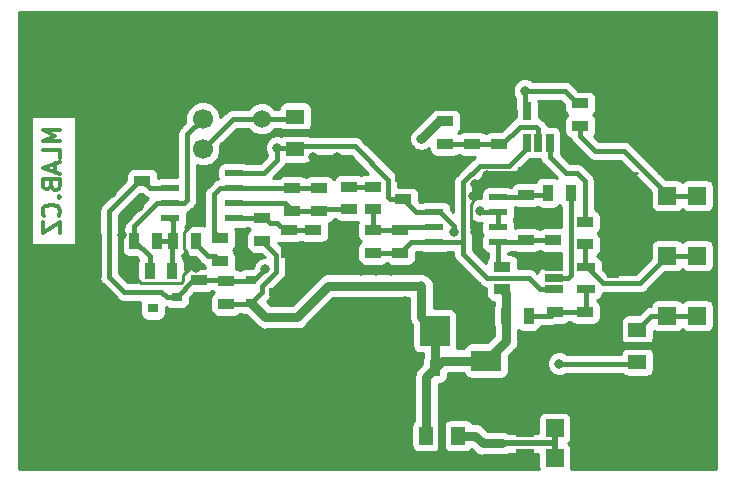
<source format=gbr>
G04 #@! TF.GenerationSoftware,KiCad,Pcbnew,(6.0.0-rc1-dev-205-gc0615c5ef)*
G04 #@! TF.CreationDate,2018-10-01T14:54:23+02:00*
G04 #@! TF.ProjectId,PCRD05A,504352443035412E6B696361645F7063,REV*
G04 #@! TF.SameCoordinates,Original*
G04 #@! TF.FileFunction,Copper,L2,Bot,Signal*
G04 #@! TF.FilePolarity,Positive*
%FSLAX46Y46*%
G04 Gerber Fmt 4.6, Leading zero omitted, Abs format (unit mm)*
G04 Created by KiCad (PCBNEW (6.0.0-rc1-dev-205-gc0615c5ef)) date 10/01/18 14:54:23*
%MOMM*%
%LPD*%
G01*
G04 APERTURE LIST*
G04 #@! TA.AperFunction,NonConductor*
%ADD10C,0.300000*%
G04 #@! TD*
G04 #@! TA.AperFunction,SMDPad,CuDef*
%ADD11R,1.397000X0.889000*%
G04 #@! TD*
G04 #@! TA.AperFunction,SMDPad,CuDef*
%ADD12R,3.800000X1.000000*%
G04 #@! TD*
G04 #@! TA.AperFunction,SMDPad,CuDef*
%ADD13R,3.300000X2.550000*%
G04 #@! TD*
G04 #@! TA.AperFunction,SMDPad,CuDef*
%ADD14R,1.000000X3.800000*%
G04 #@! TD*
G04 #@! TA.AperFunction,SMDPad,CuDef*
%ADD15R,2.550160X2.499360*%
G04 #@! TD*
G04 #@! TA.AperFunction,SMDPad,CuDef*
%ADD16R,0.889000X1.397000*%
G04 #@! TD*
G04 #@! TA.AperFunction,SMDPad,CuDef*
%ADD17R,2.499360X1.800860*%
G04 #@! TD*
G04 #@! TA.AperFunction,ComponentPad*
%ADD18R,1.524000X1.524000*%
G04 #@! TD*
G04 #@! TA.AperFunction,ComponentPad*
%ADD19C,6.000000*%
G04 #@! TD*
G04 #@! TA.AperFunction,SMDPad,CuDef*
%ADD20R,1.550000X0.600000*%
G04 #@! TD*
G04 #@! TA.AperFunction,SMDPad,CuDef*
%ADD21R,0.650000X1.560000*%
G04 #@! TD*
G04 #@! TA.AperFunction,SMDPad,CuDef*
%ADD22R,1.560000X0.650000*%
G04 #@! TD*
G04 #@! TA.AperFunction,SMDPad,CuDef*
%ADD23R,0.900000X0.800000*%
G04 #@! TD*
G04 #@! TA.AperFunction,SMDPad,CuDef*
%ADD24R,1.300000X1.500000*%
G04 #@! TD*
G04 #@! TA.AperFunction,SMDPad,CuDef*
%ADD25R,0.700000X3.000000*%
G04 #@! TD*
G04 #@! TA.AperFunction,SMDPad,CuDef*
%ADD26R,1.500000X1.300000*%
G04 #@! TD*
G04 #@! TA.AperFunction,SMDPad,CuDef*
%ADD27R,3.000000X0.700000*%
G04 #@! TD*
G04 #@! TA.AperFunction,SMDPad,CuDef*
%ADD28R,1.400000X0.899000*%
G04 #@! TD*
G04 #@! TA.AperFunction,SMDPad,CuDef*
%ADD29R,1.400000X0.889000*%
G04 #@! TD*
G04 #@! TA.AperFunction,ComponentPad*
%ADD30C,1.700000*%
G04 #@! TD*
G04 #@! TA.AperFunction,ComponentPad*
%ADD31C,1.524000*%
G04 #@! TD*
G04 #@! TA.AperFunction,ViaPad*
%ADD32C,0.800000*%
G04 #@! TD*
G04 #@! TA.AperFunction,Conductor*
%ADD33C,0.250000*%
G04 #@! TD*
G04 #@! TA.AperFunction,Conductor*
%ADD34C,0.400000*%
G04 #@! TD*
G04 #@! TA.AperFunction,Conductor*
%ADD35C,0.800000*%
G04 #@! TD*
G04 #@! TA.AperFunction,Conductor*
%ADD36C,0.500000*%
G04 #@! TD*
G04 #@! TA.AperFunction,Conductor*
%ADD37C,0.254000*%
G04 #@! TD*
G04 APERTURE END LIST*
D10*
X4488571Y29721428D02*
X2988571Y29721428D01*
X4060000Y29221428D01*
X2988571Y28721428D01*
X4488571Y28721428D01*
X4488571Y27292857D02*
X4488571Y28007142D01*
X2988571Y28007142D01*
X4060000Y26864285D02*
X4060000Y26150000D01*
X4488571Y27007142D02*
X2988571Y26507142D01*
X4488571Y26007142D01*
X3702857Y25007142D02*
X3774285Y24792857D01*
X3845714Y24721428D01*
X3988571Y24650000D01*
X4202857Y24650000D01*
X4345714Y24721428D01*
X4417142Y24792857D01*
X4488571Y24935714D01*
X4488571Y25507142D01*
X2988571Y25507142D01*
X2988571Y25007142D01*
X3060000Y24864285D01*
X3131428Y24792857D01*
X3274285Y24721428D01*
X3417142Y24721428D01*
X3560000Y24792857D01*
X3631428Y24864285D01*
X3702857Y25007142D01*
X3702857Y25507142D01*
X4345714Y24007142D02*
X4417142Y23935714D01*
X4488571Y24007142D01*
X4417142Y24078571D01*
X4345714Y24007142D01*
X4488571Y24007142D01*
X4345714Y22435714D02*
X4417142Y22507142D01*
X4488571Y22721428D01*
X4488571Y22864285D01*
X4417142Y23078571D01*
X4274285Y23221428D01*
X4131428Y23292857D01*
X3845714Y23364285D01*
X3631428Y23364285D01*
X3345714Y23292857D01*
X3202857Y23221428D01*
X3060000Y23078571D01*
X2988571Y22864285D01*
X2988571Y22721428D01*
X3060000Y22507142D01*
X3131428Y22435714D01*
X2988571Y21935714D02*
X2988571Y20935714D01*
X4488571Y21935714D01*
X4488571Y20935714D01*
D11*
G04 #@! TO.P,R12,1*
G04 #@! TO.N,/#PeakDetect/Trace*
X48895000Y20002500D03*
G04 #@! TO.P,R12,2*
G04 #@! TO.N,Net-(R12-Pad2)*
X48895000Y21907500D03*
G04 #@! TD*
D12*
G04 #@! TO.P,M6,1*
G04 #@! TO.N,GND*
X44385000Y37150000D03*
X38385000Y37150000D03*
X32385000Y37150000D03*
X26385000Y37150000D03*
X20385000Y37150000D03*
X14385000Y37150000D03*
X44385000Y6850000D03*
X38385000Y6850000D03*
X32385000Y6850000D03*
X26385000Y6850000D03*
X20385000Y6850000D03*
X14385000Y6850000D03*
D13*
X50135000Y36375000D03*
X8635000Y36375000D03*
X50135000Y7625000D03*
X8635000Y7625000D03*
D14*
X7485000Y13000000D03*
X7485000Y19000000D03*
X7485000Y25000000D03*
X7485000Y31000000D03*
X51285000Y13000000D03*
X51285000Y19000000D03*
X51285000Y25000000D03*
X51285000Y31000000D03*
G04 #@! TD*
D15*
G04 #@! TO.P,C1,2*
G04 #@! TO.N,GND*
X31130240Y12700000D03*
G04 #@! TO.P,C1,1*
G04 #@! TO.N,VCC*
X36179760Y12700000D03*
G04 #@! TD*
D11*
G04 #@! TO.P,C3,2*
G04 #@! TO.N,GND*
X11430000Y27305000D03*
G04 #@! TO.P,C3,1*
G04 #@! TO.N,/REF*
X11430000Y25400000D03*
G04 #@! TD*
D16*
G04 #@! TO.P,C4,2*
G04 #@! TO.N,GND*
X34290000Y9525000D03*
G04 #@! TO.P,C4,1*
G04 #@! TO.N,VCC*
X36195000Y9525000D03*
G04 #@! TD*
G04 #@! TO.P,C5,2*
G04 #@! TO.N,/K*
X10731500Y20320000D03*
G04 #@! TO.P,C5,1*
G04 #@! TO.N,Net-(C10-Pad2)*
X12636500Y20320000D03*
G04 #@! TD*
D11*
G04 #@! TO.P,C6,1*
G04 #@! TO.N,/VCC1*
X25908000Y21209000D03*
G04 #@! TO.P,C6,2*
G04 #@! TO.N,GND*
X25908000Y19304000D03*
G04 #@! TD*
G04 #@! TO.P,C7,1*
G04 #@! TO.N,/VCC2*
X46228000Y20383500D03*
G04 #@! TO.P,C7,2*
G04 #@! TO.N,GND*
X46228000Y22288500D03*
G04 #@! TD*
G04 #@! TO.P,C8,2*
G04 #@! TO.N,GND*
X39370000Y30416500D03*
G04 #@! TO.P,C8,1*
G04 #@! TO.N,/VCC3*
X39370000Y28511500D03*
G04 #@! TD*
G04 #@! TO.P,C9,1*
G04 #@! TO.N,/VCC4*
X46355000Y14287500D03*
G04 #@! TO.P,C9,2*
G04 #@! TO.N,GND*
X46355000Y12382500D03*
G04 #@! TD*
D16*
G04 #@! TO.P,C10,1*
G04 #@! TO.N,Net-(C10-Pad1)*
X15938500Y20320000D03*
G04 #@! TO.P,C10,2*
G04 #@! TO.N,Net-(C10-Pad2)*
X14033500Y20320000D03*
G04 #@! TD*
D11*
G04 #@! TO.P,C11,2*
G04 #@! TO.N,GND*
X23876000Y19304000D03*
G04 #@! TO.P,C11,1*
G04 #@! TO.N,/VCC1*
X23876000Y21209000D03*
G04 #@! TD*
G04 #@! TO.P,C12,2*
G04 #@! TO.N,GND*
X43942000Y22288500D03*
G04 #@! TO.P,C12,1*
G04 #@! TO.N,/VCC2*
X43942000Y20383500D03*
G04 #@! TD*
G04 #@! TO.P,C13,1*
G04 #@! TO.N,/VCC3*
X41656000Y28511500D03*
G04 #@! TO.P,C13,2*
G04 #@! TO.N,GND*
X41656000Y30416500D03*
G04 #@! TD*
G04 #@! TO.P,C14,2*
G04 #@! TO.N,GND*
X48895000Y12382500D03*
G04 #@! TO.P,C14,1*
G04 #@! TO.N,/VCC4*
X48895000Y14287500D03*
G04 #@! TD*
G04 #@! TO.P,C15,1*
G04 #@! TO.N,Net-(C15-Pad1)*
X26416000Y22860000D03*
G04 #@! TO.P,C15,2*
G04 #@! TO.N,Net-(C15-Pad2)*
X26416000Y24765000D03*
G04 #@! TD*
G04 #@! TO.P,C16,1*
G04 #@! TO.N,Net-(C16-Pad1)*
X28956000Y24892000D03*
G04 #@! TO.P,C16,2*
G04 #@! TO.N,Net-(C15-Pad1)*
X28956000Y22987000D03*
G04 #@! TD*
G04 #@! TO.P,C17,1*
G04 #@! TO.N,/REF*
X33528000Y23812500D03*
G04 #@! TO.P,C17,2*
G04 #@! TO.N,GND*
X33528000Y25717500D03*
G04 #@! TD*
G04 #@! TO.P,C18,1*
G04 #@! TO.N,Net-(C18-Pad1)*
X33274000Y19304000D03*
G04 #@! TO.P,C18,2*
G04 #@! TO.N,Net-(C18-Pad2)*
X33274000Y21209000D03*
G04 #@! TD*
G04 #@! TO.P,C19,1*
G04 #@! TO.N,Net-(C19-Pad1)*
X43942000Y24193500D03*
G04 #@! TO.P,C19,2*
G04 #@! TO.N,GND*
X43942000Y26098500D03*
G04 #@! TD*
D17*
G04 #@! TO.P,D1,2*
G04 #@! TO.N,GND*
X44543980Y10160000D03*
G04 #@! TO.P,D1,1*
G04 #@! TO.N,VCC*
X40546020Y10160000D03*
G04 #@! TD*
D18*
G04 #@! TO.P,J1,1*
G04 #@! TO.N,GND*
X48895000Y4445000D03*
G04 #@! TO.P,J1,2*
X48895000Y1905000D03*
G04 #@! TO.P,J1,3*
G04 #@! TO.N,Net-(C21-Pad3)*
X46355000Y4445000D03*
G04 #@! TO.P,J1,4*
X46355000Y1905000D03*
G04 #@! TO.P,J1,5*
G04 #@! TO.N,GND*
X43815000Y4445000D03*
G04 #@! TO.P,J1,6*
X43815000Y1905000D03*
G04 #@! TD*
G04 #@! TO.P,J2,2*
G04 #@! TO.N,GND*
X55880000Y21590000D03*
G04 #@! TO.P,J2,1*
X58420000Y21590000D03*
G04 #@! TD*
G04 #@! TO.P,J3,1*
G04 #@! TO.N,/#PeakDetect/Trace*
X58420000Y19050000D03*
G04 #@! TO.P,J3,2*
X55880000Y19050000D03*
G04 #@! TD*
G04 #@! TO.P,J4,2*
G04 #@! TO.N,GND*
X55880000Y16510000D03*
G04 #@! TO.P,J4,1*
X58420000Y16510000D03*
G04 #@! TD*
G04 #@! TO.P,J5,2*
G04 #@! TO.N,GND*
X55880000Y26670000D03*
G04 #@! TO.P,J5,1*
X58420000Y26670000D03*
G04 #@! TD*
G04 #@! TO.P,J6,1*
G04 #@! TO.N,/A/D*
X58420000Y24130000D03*
G04 #@! TO.P,J6,2*
X55880000Y24130000D03*
G04 #@! TD*
G04 #@! TO.P,J7,1*
G04 #@! TO.N,GND*
X58420000Y11430000D03*
G04 #@! TO.P,J7,2*
X55880000Y11430000D03*
G04 #@! TD*
D19*
G04 #@! TO.P,M1,1*
G04 #@! TO.N,GND*
X5080000Y35560000D03*
G04 #@! TD*
G04 #@! TO.P,M2,1*
G04 #@! TO.N,GND*
X55880000Y35560000D03*
G04 #@! TD*
G04 #@! TO.P,M3,1*
G04 #@! TO.N,GND*
X55880000Y5080000D03*
G04 #@! TD*
G04 #@! TO.P,M4,1*
G04 #@! TO.N,GND*
X5080000Y5080000D03*
G04 #@! TD*
D11*
G04 #@! TO.P,R2,2*
G04 #@! TO.N,VCC*
X21590000Y20320000D03*
G04 #@! TO.P,R2,1*
G04 #@! TO.N,/VCC1*
X21590000Y22225000D03*
G04 #@! TD*
G04 #@! TO.P,R3,1*
G04 #@! TO.N,/VCC2*
X41910000Y18097500D03*
G04 #@! TO.P,R3,2*
G04 #@! TO.N,VCC*
X41910000Y16192500D03*
G04 #@! TD*
G04 #@! TO.P,R4,1*
G04 #@! TO.N,/VCC3*
X37084000Y28511500D03*
G04 #@! TO.P,R4,2*
G04 #@! TO.N,VCC*
X37084000Y30416500D03*
G04 #@! TD*
D16*
G04 #@! TO.P,R5,2*
G04 #@! TO.N,VCC*
X42227500Y13970000D03*
G04 #@! TO.P,R5,1*
G04 #@! TO.N,/VCC4*
X44132500Y13970000D03*
G04 #@! TD*
G04 #@! TO.P,R6,1*
G04 #@! TO.N,Net-(C10-Pad2)*
X13970000Y17780000D03*
G04 #@! TO.P,R6,2*
G04 #@! TO.N,/K*
X12065000Y17780000D03*
G04 #@! TD*
D11*
G04 #@! TO.P,R9,2*
G04 #@! TO.N,Net-(C15-Pad2)*
X24130000Y24765000D03*
G04 #@! TO.P,R9,1*
G04 #@! TO.N,Net-(C15-Pad1)*
X24130000Y22860000D03*
G04 #@! TD*
G04 #@! TO.P,R10,2*
G04 #@! TO.N,Net-(C16-Pad1)*
X30988000Y24892000D03*
G04 #@! TO.P,R10,1*
G04 #@! TO.N,Net-(C18-Pad2)*
X30988000Y22987000D03*
G04 #@! TD*
G04 #@! TO.P,R11,2*
G04 #@! TO.N,Net-(C18-Pad2)*
X30988000Y21209000D03*
G04 #@! TO.P,R11,1*
G04 #@! TO.N,Net-(C18-Pad1)*
X30988000Y19304000D03*
G04 #@! TD*
D16*
G04 #@! TO.P,R13,2*
G04 #@! TO.N,Net-(R13-Pad2)*
X47688500Y24384000D03*
G04 #@! TO.P,R13,1*
G04 #@! TO.N,Net-(C19-Pad1)*
X45783500Y24384000D03*
G04 #@! TD*
D20*
G04 #@! TO.P,U1,8*
G04 #@! TO.N,/VCC1*
X19210000Y22225000D03*
G04 #@! TO.P,U1,7*
G04 #@! TO.N,Net-(C15-Pad1)*
X19210000Y23495000D03*
G04 #@! TO.P,U1,6*
G04 #@! TO.N,Net-(C15-Pad2)*
X19210000Y24765000D03*
G04 #@! TO.P,U1,5*
G04 #@! TO.N,/REF*
X19210000Y26035000D03*
G04 #@! TO.P,U1,4*
G04 #@! TO.N,GND*
X13810000Y26035000D03*
G04 #@! TO.P,U1,3*
G04 #@! TO.N,/REF*
X13810000Y24765000D03*
G04 #@! TO.P,U1,2*
G04 #@! TO.N,/K*
X13810000Y23495000D03*
G04 #@! TO.P,U1,1*
G04 #@! TO.N,Net-(C10-Pad2)*
X13810000Y22225000D03*
G04 #@! TD*
G04 #@! TO.P,U2,1*
G04 #@! TO.N,Net-(C18-Pad1)*
X36162000Y20193000D03*
G04 #@! TO.P,U2,2*
G04 #@! TO.N,Net-(C18-Pad2)*
X36162000Y21463000D03*
G04 #@! TO.P,U2,3*
G04 #@! TO.N,/REF*
X36162000Y22733000D03*
G04 #@! TO.P,U2,4*
G04 #@! TO.N,GND*
X36162000Y24003000D03*
G04 #@! TO.P,U2,5*
G04 #@! TO.N,Net-(C19-Pad1)*
X41562000Y24003000D03*
G04 #@! TO.P,U2,6*
G04 #@! TO.N,Net-(R1-Pad2)*
X41562000Y22733000D03*
G04 #@! TO.P,U2,7*
X41562000Y21463000D03*
G04 #@! TO.P,U2,8*
G04 #@! TO.N,/VCC2*
X41562000Y20193000D03*
G04 #@! TD*
D21*
G04 #@! TO.P,U4,1*
G04 #@! TO.N,Net-(R12-Pad2)*
X45908000Y28622000D03*
G04 #@! TO.P,U4,2*
G04 #@! TO.N,/VCC3*
X44958000Y28622000D03*
G04 #@! TO.P,U4,3*
G04 #@! TO.N,Net-(C18-Pad1)*
X44008000Y28622000D03*
G04 #@! TO.P,U4,4*
G04 #@! TO.N,Net-(R1-Pad2)*
X44008000Y31322000D03*
G04 #@! TO.P,U4,5*
G04 #@! TO.N,GND*
X45908000Y31322000D03*
G04 #@! TD*
D22*
G04 #@! TO.P,U5,5*
G04 #@! TO.N,/VCC4*
X48975000Y16195000D03*
G04 #@! TO.P,U5,4*
G04 #@! TO.N,/#PeakDetect/Trace*
X48975000Y18095000D03*
G04 #@! TO.P,U5,3*
G04 #@! TO.N,GND*
X46275000Y18095000D03*
G04 #@! TO.P,U5,2*
G04 #@! TO.N,Net-(R13-Pad2)*
X46275000Y17145000D03*
G04 #@! TO.P,U5,1*
G04 #@! TO.N,Net-(C18-Pad1)*
X46275000Y16195000D03*
G04 #@! TD*
D11*
G04 #@! TO.P,C20,1*
G04 #@! TO.N,/REF*
X16256000Y16954500D03*
G04 #@! TO.P,C20,2*
G04 #@! TO.N,GND*
X16256000Y15049500D03*
G04 #@! TD*
G04 #@! TO.P,R15,2*
G04 #@! TO.N,VCC*
X18542000Y14986000D03*
G04 #@! TO.P,R15,1*
G04 #@! TO.N,/REF*
X18542000Y16891000D03*
G04 #@! TD*
D23*
G04 #@! TO.P,U3,3*
G04 #@! TO.N,GND*
X22606000Y16002000D03*
G04 #@! TO.P,U3,2*
G04 #@! TO.N,/REF*
X20606000Y16952000D03*
G04 #@! TO.P,U3,1*
G04 #@! TO.N,VCC*
X20606000Y15052000D03*
G04 #@! TD*
G04 #@! TO.P,U6,1*
G04 #@! TO.N,/REF*
X14335000Y15555000D03*
G04 #@! TO.P,U6,2*
G04 #@! TO.N,GND*
X14335000Y13655000D03*
G04 #@! TO.P,U6,3*
G04 #@! TO.N,N/C*
X12335000Y14605000D03*
G04 #@! TD*
D18*
G04 #@! TO.P,J11,1*
G04 #@! TO.N,Net-(C23-Pad3)*
X55880000Y13970000D03*
G04 #@! TO.P,J11,2*
X58420000Y13970000D03*
G04 #@! TD*
D24*
G04 #@! TO.P,C21,1*
G04 #@! TO.N,VCC*
X35480000Y3810000D03*
D25*
G04 #@! TO.P,C21,2*
G04 #@! TO.N,GND*
X36830000Y3810000D03*
D24*
G04 #@! TO.P,C21,3*
G04 #@! TO.N,Net-(C21-Pad3)*
X38180000Y3810000D03*
G04 #@! TD*
D26*
G04 #@! TO.P,C23,3*
G04 #@! TO.N,Net-(C23-Pad3)*
X53340000Y12780000D03*
D27*
G04 #@! TO.P,C23,2*
G04 #@! TO.N,GND*
X53340000Y11430000D03*
D26*
G04 #@! TO.P,C23,1*
G04 #@! TO.N,/REF*
X53340000Y10080000D03*
G04 #@! TD*
G04 #@! TO.P,C25,1*
G04 #@! TO.N,/+*
X24384000Y30814000D03*
D27*
G04 #@! TO.P,C25,2*
G04 #@! TO.N,GND*
X24384000Y29464000D03*
D26*
G04 #@! TO.P,C25,3*
G04 #@! TO.N,/REF*
X24384000Y28114000D03*
G04 #@! TD*
D28*
G04 #@! TO.P,R1,1*
G04 #@! TO.N,/A/D*
X48514000Y30035500D03*
D29*
G04 #@! TO.P,R1,2*
G04 #@! TO.N,Net-(R1-Pad2)*
X48514000Y31940500D03*
G04 #@! TD*
D28*
G04 #@! TO.P,R7,1*
G04 #@! TO.N,Net-(C15-Pad2)*
X18034000Y20510500D03*
D29*
G04 #@! TO.P,R7,2*
G04 #@! TO.N,Net-(C10-Pad1)*
X18034000Y18605500D03*
G04 #@! TD*
D30*
G04 #@! TO.P,J8,1*
G04 #@! TO.N,/+*
X16550000Y28100000D03*
G04 #@! TO.P,J8,2*
G04 #@! TO.N,/K*
X16550000Y30640000D03*
D31*
G04 #@! TO.P,J8,1*
G04 #@! TO.N,/+*
X21550000Y30640000D03*
G04 #@! TD*
D32*
G04 #@! TO.N,GND*
X32385000Y1905000D03*
X33655000Y1905000D03*
X34925000Y1905000D03*
X36830000Y1905000D03*
X33655000Y12065000D03*
X33655000Y13970000D03*
X33655000Y15240000D03*
X36830000Y15240000D03*
X26670000Y17780000D03*
X25400000Y17780000D03*
X24130000Y17780000D03*
X50165000Y26670000D03*
X52705000Y20320000D03*
X50800000Y20320000D03*
X51435000Y22860000D03*
X46355000Y34290000D03*
X45085000Y34290000D03*
X42545000Y34290000D03*
X41910000Y32385000D03*
X40640000Y32385000D03*
X38735000Y32385000D03*
X24765000Y32385000D03*
X23495000Y32385000D03*
X19685000Y32385000D03*
X17780000Y32385000D03*
X15875000Y32385000D03*
X13970000Y31750000D03*
X13970000Y29210000D03*
X13970000Y27305000D03*
X12700000Y27305000D03*
X50165000Y5080000D03*
X41970002Y5080000D03*
X41970002Y6350000D03*
X32385000Y3810000D03*
X32385000Y5080000D03*
X31115000Y8890000D03*
X31115000Y10795000D03*
X32385000Y10795000D03*
X32385000Y8890000D03*
X43815000Y12065000D03*
X11430000Y12700000D03*
X13335000Y12700000D03*
X27305000Y13970000D03*
X26035000Y12065000D03*
X23495000Y11430000D03*
X20955000Y11430000D03*
X19685000Y12700000D03*
X17780000Y12700000D03*
X15875000Y12700000D03*
X32385000Y29210000D03*
X31115000Y28575000D03*
X32385000Y27305000D03*
X36830000Y26670000D03*
X38100000Y26670000D03*
X39618186Y25151814D03*
X45085000Y26670000D03*
X39408000Y24130000D03*
X40640000Y25870000D03*
X43815000Y18415000D03*
X45085000Y18415000D03*
X45720000Y26035000D03*
X28829000Y20574000D03*
X28829000Y19304000D03*
X44958000Y22352000D03*
X36830000Y18796000D03*
X32512000Y17780000D03*
X31242000Y17780000D03*
X29972000Y17780000D03*
X28829000Y18034000D03*
X36957000Y25273000D03*
X36052000Y25273000D03*
X8382000Y26416000D03*
X8890000Y24384000D03*
X27940000Y27432000D03*
X25908000Y27432000D03*
X25908000Y26162000D03*
X27940000Y26162000D03*
X39624000Y21082000D03*
X52324000Y29464000D03*
X50546000Y29210000D03*
X54356000Y29210000D03*
X36830000Y32512000D03*
X34290000Y31242000D03*
X36068000Y33782000D03*
X34290000Y33782000D03*
X31750000Y33782000D03*
X31496000Y35306000D03*
X38570000Y13970000D03*
X38570000Y12065000D03*
X36830000Y17907000D03*
X39878000Y19558000D03*
X40386000Y14986000D03*
X17272000Y25654000D03*
X16256000Y22352000D03*
X16002000Y17999002D03*
X15240000Y18796000D03*
X11149314Y23140686D03*
X9686998Y20790000D03*
X19558000Y19304000D03*
G04 #@! TO.N,VCC*
X35052000Y16510000D03*
X35052000Y28956000D03*
G04 #@! TO.N,/REF*
X21853064Y17904435D03*
X22860000Y28194000D03*
X37808000Y21082000D03*
X46736000Y9906000D03*
G04 #@! TO.N,Net-(R1-Pad2)*
X43815000Y33020000D03*
X40005000Y22860000D03*
G04 #@! TD*
D33*
G04 #@! TO.N,GND*
X33655000Y1905000D02*
X32385000Y1905000D01*
X36830000Y1905000D02*
X34925000Y1905000D01*
X33655000Y13970000D02*
X33655000Y12065000D01*
X32385000Y13970000D02*
X33655000Y15240000D01*
X27305000Y13970000D02*
X32385000Y13970000D01*
X25400000Y17780000D02*
X26670000Y17780000D01*
X22606000Y16256000D02*
X24130000Y17780000D01*
X22606000Y16002000D02*
X22606000Y16256000D01*
X50800000Y26035000D02*
X50165000Y26670000D01*
X53340000Y26035000D02*
X50800000Y26035000D01*
X50800000Y20320000D02*
X52705000Y20320000D01*
X51285000Y23010000D02*
X51435000Y22860000D01*
X51285000Y25000000D02*
X51285000Y23010000D01*
X45085000Y34290000D02*
X46355000Y34290000D01*
X41910000Y33655000D02*
X42545000Y34290000D01*
X41910000Y32385000D02*
X41910000Y33655000D01*
X38735000Y32385000D02*
X40640000Y32385000D01*
X23495000Y32385000D02*
X24765000Y32385000D01*
X17780000Y32385000D02*
X19685000Y32385000D01*
X15240000Y31750000D02*
X15875000Y32385000D01*
X13970000Y31750000D02*
X15240000Y31750000D01*
X13970000Y27305000D02*
X13970000Y29210000D01*
X14385000Y28990000D02*
X12700000Y27305000D01*
X14385000Y37150000D02*
X14385000Y28990000D01*
X50135000Y5110000D02*
X50165000Y5080000D01*
X50135000Y7625000D02*
X50135000Y5110000D01*
X41470002Y6850000D02*
X41970002Y6350000D01*
X38385000Y6850000D02*
X41470002Y6850000D01*
X32385000Y6850000D02*
X32385000Y5080000D01*
X32385000Y10795000D02*
X31115000Y10795000D01*
X32385000Y6850000D02*
X32385000Y8890000D01*
X44543980Y11336020D02*
X43815000Y12065000D01*
X44543980Y10160000D02*
X44543980Y11336020D01*
X13335000Y12700000D02*
X11430000Y12700000D01*
X26035000Y12700000D02*
X27305000Y13970000D01*
X26035000Y12065000D02*
X26035000Y12700000D01*
X20955000Y11430000D02*
X23495000Y11430000D01*
X17780000Y12700000D02*
X19685000Y12700000D01*
X16256000Y13081000D02*
X15875000Y12700000D01*
X16256000Y15049500D02*
X16256000Y13081000D01*
D34*
X31750000Y28575000D02*
X32385000Y29210000D01*
X31115000Y28575000D02*
X31750000Y28575000D01*
X33528000Y26162000D02*
X32385000Y27305000D01*
X33528000Y25717500D02*
X33528000Y26162000D01*
X36957000Y25527000D02*
X38100000Y26670000D01*
X36957000Y25273000D02*
X36957000Y25527000D01*
X45720000Y26035000D02*
X45085000Y26670000D01*
X40805000Y26035000D02*
X40640000Y25870000D01*
X45720000Y26035000D02*
X40805000Y26035000D01*
X45405000Y18095000D02*
X45085000Y18415000D01*
X46275000Y18095000D02*
X45405000Y18095000D01*
X45656500Y26098500D02*
X45720000Y26035000D01*
X43942000Y26098500D02*
X45656500Y26098500D01*
X28829000Y18034000D02*
X28829000Y19304000D01*
D33*
X45021500Y22288500D02*
X44958000Y22352000D01*
X46228000Y22288500D02*
X45021500Y22288500D01*
X35814000Y17780000D02*
X36830000Y18796000D01*
X32512000Y17780000D02*
X35814000Y17780000D01*
X29972000Y17780000D02*
X31242000Y17780000D01*
X27559000Y19304000D02*
X28829000Y18034000D01*
X25908000Y19304000D02*
X27559000Y19304000D01*
X36162000Y25163000D02*
X36052000Y25273000D01*
X36162000Y24003000D02*
X36162000Y25163000D01*
X8382000Y26416000D02*
X8382000Y24892000D01*
X8382000Y24892000D02*
X8890000Y24384000D01*
X27940000Y27432000D02*
X25908000Y27432000D01*
X25908000Y26162000D02*
X27940000Y26162000D01*
X39279999Y21426001D02*
X39624000Y21082000D01*
X39279999Y23436314D02*
X39279999Y21426001D01*
X39408000Y24130000D02*
X39408000Y23564315D01*
X39408000Y23564315D02*
X39279999Y23436314D01*
X53153251Y28634749D02*
X52324000Y29464000D01*
X54356000Y29210000D02*
X53153251Y28634749D01*
D34*
X36830000Y32512000D02*
X35560000Y32512000D01*
X35560000Y32512000D02*
X34290000Y31242000D01*
X36068000Y33782000D02*
X34290000Y33782000D01*
X31750000Y33782000D02*
X31750000Y35052000D01*
X31750000Y35052000D02*
X31496000Y35306000D01*
D33*
X38570000Y13970000D02*
X40170000Y13970000D01*
X38808602Y12303602D02*
X38570000Y12065000D01*
X40386000Y14986000D02*
X38808602Y12303602D01*
D34*
X17272000Y25654000D02*
X16872001Y25254001D01*
X16872001Y25254001D02*
X16256000Y24638000D01*
X16256000Y24638000D02*
X16256000Y22352000D01*
X16002000Y17999002D02*
X16002000Y18034000D01*
X16002000Y18034000D02*
X15240000Y18796000D01*
X11149314Y23140686D02*
X9686998Y21678370D01*
X9686998Y21678370D02*
X9686998Y20790000D01*
D33*
X15436315Y17999002D02*
X16002000Y17999002D01*
X9686998Y20790000D02*
X9686998Y18430000D01*
X9686998Y18430000D02*
X11360499Y16756499D01*
X11360499Y16756499D02*
X14674501Y16756499D01*
X14674501Y16756499D02*
X14840001Y16921999D01*
X14840001Y16921999D02*
X14840001Y17402688D01*
X14840001Y17402688D02*
X15436315Y17999002D01*
X15240000Y19361685D02*
X14986000Y19615685D01*
X15240000Y18796000D02*
X15240000Y19361685D01*
X14986000Y21082000D02*
X16256000Y22352000D01*
X14986000Y19615685D02*
X14986000Y21082000D01*
D34*
G04 #@! TO.N,VCC*
X21590000Y20320000D02*
X22777499Y19132501D01*
X22777499Y19132501D02*
X22777499Y17697499D01*
X22777499Y17697499D02*
X21590000Y16510000D01*
X21590000Y16510000D02*
X21590000Y15986000D01*
D35*
X42227500Y13970000D02*
X42227500Y15875000D01*
X42227500Y15875000D02*
X41910000Y16192500D01*
X42227500Y13970000D02*
X42227500Y11841480D01*
X42227500Y11841480D02*
X40546020Y10160000D01*
X35052000Y16510000D02*
X35052000Y13827760D01*
X35052000Y13827760D02*
X36179760Y12700000D01*
X40546020Y10160000D02*
X36830000Y10160000D01*
X36830000Y10160000D02*
X36195000Y9525000D01*
X36195000Y9525000D02*
X36195000Y12684760D01*
X36195000Y12684760D02*
X36179760Y12700000D01*
X35480000Y3810000D02*
X35480000Y8810000D01*
X35480000Y8810000D02*
X36195000Y9525000D01*
X35052000Y16510000D02*
X27178000Y16510000D01*
X36512500Y30416500D02*
X35052000Y28956000D01*
X37084000Y30416500D02*
X36512500Y30416500D01*
X27178000Y16510000D02*
X24520000Y13852000D01*
X24520000Y13852000D02*
X21856000Y13852000D01*
X21856000Y13852000D02*
X20656000Y15052000D01*
X20656000Y15052000D02*
X20606000Y15052000D01*
D34*
X20656000Y15052000D02*
X21590000Y15986000D01*
X18542000Y14986000D02*
X20540000Y14986000D01*
X20540000Y14986000D02*
X20606000Y15052000D01*
G04 #@! TO.N,Net-(C10-Pad2)*
X12636500Y20320000D02*
X14033500Y20320000D01*
X13970000Y20256500D02*
X14033500Y20320000D01*
X13970000Y17780000D02*
X13970000Y20256500D01*
X14033500Y22001500D02*
X13810000Y22225000D01*
X14033500Y20320000D02*
X14033500Y22001500D01*
G04 #@! TO.N,/VCC1*
X23876000Y21209000D02*
X25908000Y21209000D01*
X21590000Y22225000D02*
X21844000Y22225000D01*
X21844000Y22225000D02*
X22225000Y21844000D01*
X22225000Y21844000D02*
X22860000Y21844000D01*
X23495000Y21209000D02*
X22860000Y21844000D01*
X23876000Y21209000D02*
X23495000Y21209000D01*
X19210000Y22225000D02*
X21590000Y22225000D01*
G04 #@! TO.N,/VCC2*
X41562000Y20193000D02*
X41562000Y18445500D01*
X41562000Y18445500D02*
X41910000Y18097500D01*
X43942000Y20383500D02*
X46228000Y20383500D01*
X41562000Y20193000D02*
X43751500Y20193000D01*
X43751500Y20193000D02*
X43942000Y20383500D01*
G04 #@! TO.N,/VCC3*
X44958000Y28622000D02*
X44958000Y29802000D01*
X44958000Y29802000D02*
X44788000Y29972000D01*
X43370500Y29972000D02*
X44788000Y29972000D01*
X41656000Y28511500D02*
X41910000Y28511500D01*
X41910000Y28511500D02*
X43370500Y29972000D01*
X39370000Y28511500D02*
X41656000Y28511500D01*
X37084000Y28511500D02*
X39370000Y28511500D01*
G04 #@! TO.N,/VCC4*
X44132500Y13970000D02*
X46037500Y13970000D01*
X46037500Y13970000D02*
X46355000Y14287500D01*
X46355000Y14287500D02*
X48895000Y14287500D01*
X48975000Y16195000D02*
X48975000Y14367500D01*
X48975000Y14367500D02*
X48895000Y14287500D01*
G04 #@! TO.N,Net-(C10-Pad1)*
X15938500Y20066000D02*
X16954500Y19050000D01*
X15938500Y20320000D02*
X15938500Y20066000D01*
X17589500Y19050000D02*
X18034000Y18605500D01*
X16954500Y19050000D02*
X17589500Y19050000D01*
G04 #@! TO.N,Net-(C15-Pad1)*
X19210000Y23495000D02*
X23495000Y23495000D01*
X23495000Y23495000D02*
X24130000Y22860000D01*
X26416000Y22860000D02*
X24130000Y22860000D01*
X28956000Y22987000D02*
X26543000Y22987000D01*
X26543000Y22987000D02*
X26416000Y22860000D01*
G04 #@! TO.N,Net-(C15-Pad2)*
X24130000Y24765000D02*
X26416000Y24765000D01*
X19210000Y24765000D02*
X24130000Y24765000D01*
X17526000Y21018500D02*
X18034000Y20510500D01*
X17526000Y24256000D02*
X17526000Y21018500D01*
X19210000Y24765000D02*
X18035000Y24765000D01*
X18035000Y24765000D02*
X17526000Y24256000D01*
G04 #@! TO.N,Net-(C16-Pad1)*
X28956000Y24892000D02*
X30988000Y24892000D01*
G04 #@! TO.N,Net-(C18-Pad1)*
X40005000Y26670000D02*
X38608000Y25273000D01*
X38608000Y25273000D02*
X38608000Y24130000D01*
X42511000Y26670000D02*
X40005000Y26670000D01*
X44008000Y28167000D02*
X42511000Y26670000D01*
X38608000Y20320000D02*
X38608000Y24130000D01*
X38608000Y19177000D02*
X38608000Y20320000D01*
X37973000Y20193000D02*
X38481000Y20193000D01*
X38481000Y20193000D02*
X38608000Y20320000D01*
X40640000Y17145000D02*
X39370000Y18415000D01*
X39370000Y18415000D02*
X38608000Y19177000D01*
X36162000Y20193000D02*
X37973000Y20193000D01*
X44145000Y17145000D02*
X40640000Y17145000D01*
X45095000Y16195000D02*
X44145000Y17145000D01*
X46275000Y16195000D02*
X45095000Y16195000D01*
X44008000Y28167000D02*
X44008000Y28622000D01*
X30988000Y19304000D02*
X33274000Y19304000D01*
X36162000Y20193000D02*
X34163000Y20193000D01*
X34163000Y20193000D02*
X33274000Y19304000D01*
G04 #@! TO.N,Net-(C18-Pad2)*
X36162000Y21463000D02*
X33528000Y21463000D01*
X33528000Y21463000D02*
X33274000Y21209000D01*
X30988000Y21209000D02*
X33274000Y21209000D01*
X30988000Y22987000D02*
X30988000Y21209000D01*
G04 #@! TO.N,Net-(C19-Pad1)*
X43942000Y24193500D02*
X45593000Y24193500D01*
X45593000Y24193500D02*
X45783500Y24384000D01*
X41562000Y24003000D02*
X43751500Y24003000D01*
X43751500Y24003000D02*
X43942000Y24193500D01*
G04 #@! TO.N,/#PeakDetect/Trace*
X58420000Y19050000D02*
X55880000Y19050000D01*
X48895000Y20002500D02*
X48895000Y18175000D01*
X48895000Y18175000D02*
X48975000Y18095000D01*
X50464999Y16699999D02*
X53529999Y16699999D01*
X48975000Y18095000D02*
X49069998Y18095000D01*
X49069998Y18095000D02*
X50464999Y16699999D01*
X53529999Y16699999D02*
X55880000Y19050000D01*
G04 #@! TO.N,/A/D*
X55880000Y24130000D02*
X58420000Y24130000D01*
X55880000Y24237476D02*
X55880000Y24130000D01*
X52177476Y27940000D02*
X55880000Y24237476D01*
X49760000Y27940000D02*
X52177476Y27940000D01*
X48514000Y29186000D02*
X49760000Y27940000D01*
X48514000Y30035500D02*
X48514000Y29186000D01*
G04 #@! TO.N,Net-(R12-Pad2)*
X45908000Y27442000D02*
X47315000Y26035000D01*
X45908000Y28622000D02*
X45908000Y27442000D01*
X47315000Y26035000D02*
X48260000Y26035000D01*
X48260000Y26035000D02*
X48895000Y25400000D01*
X48895000Y25400000D02*
X48895000Y21907500D01*
G04 #@! TO.N,Net-(R13-Pad2)*
X47688500Y24384000D02*
X47688500Y17378500D01*
X47688500Y17378500D02*
X47455000Y17145000D01*
X47455000Y17145000D02*
X46275000Y17145000D01*
G04 #@! TO.N,/K*
X14985000Y23495000D02*
X15240000Y23750000D01*
X13810000Y23495000D02*
X14985000Y23495000D01*
X15240000Y23750000D02*
X15240000Y29330000D01*
X15240000Y29330000D02*
X16550000Y30640000D01*
X10731500Y21418500D02*
X10731500Y20320000D01*
X10731500Y21591500D02*
X10731500Y21418500D01*
X12635000Y23495000D02*
X10731500Y21591500D01*
X13810000Y23495000D02*
X12635000Y23495000D01*
X12065000Y18986500D02*
X10731500Y20320000D01*
X12065000Y17780000D02*
X12065000Y18986500D01*
G04 #@! TO.N,/REF*
X20900629Y16952000D02*
X21853064Y17904435D01*
X20606000Y16952000D02*
X20900629Y16952000D01*
X16256000Y16954500D02*
X15734500Y16954500D01*
X15734500Y16954500D02*
X14335000Y15555000D01*
X32258000Y23984000D02*
X32258000Y25485002D01*
X32258000Y25485002D02*
X29422002Y28321000D01*
X29422002Y28321000D02*
X25228500Y28321000D01*
X25228500Y28321000D02*
X24130000Y28321000D01*
X33528000Y23812500D02*
X32429500Y23812500D01*
X32429500Y23812500D02*
X32258000Y23984000D01*
X36162000Y22733000D02*
X34607500Y22733000D01*
X34607500Y22733000D02*
X33528000Y23812500D01*
X18542000Y16891000D02*
X20545000Y16891000D01*
X20545000Y16891000D02*
X20606000Y16952000D01*
X16256000Y16954500D02*
X18478500Y16954500D01*
X18478500Y16954500D02*
X18542000Y16891000D01*
X22860000Y28194000D02*
X24003000Y28194000D01*
X24003000Y28194000D02*
X24130000Y28321000D01*
X12446000Y24765000D02*
X12065000Y24765000D01*
X13810000Y24765000D02*
X12446000Y24765000D01*
X12065000Y24765000D02*
X11430000Y25400000D01*
X37808000Y21562000D02*
X37808000Y21082000D01*
X36162000Y22733000D02*
X36637000Y22733000D01*
X36637000Y22733000D02*
X37808000Y21562000D01*
X53166000Y9906000D02*
X53340000Y10080000D01*
X46736000Y9906000D02*
X53166000Y9906000D01*
X22860000Y28194000D02*
X22860000Y27178000D01*
X21717000Y26035000D02*
X19210000Y26035000D01*
X22860000Y27178000D02*
X21717000Y26035000D01*
X13485000Y15555000D02*
X13038000Y16002000D01*
X14335000Y15555000D02*
X13485000Y15555000D01*
X13038000Y16002000D02*
X9906000Y16002000D01*
X9906000Y16002000D02*
X8636000Y17272000D01*
X8636000Y17272000D02*
X8636000Y22860000D01*
X11176000Y25400000D02*
X11430000Y25400000D01*
X8636000Y22860000D02*
X11176000Y25400000D01*
X24304000Y28194000D02*
X24384000Y28114000D01*
X22860000Y28194000D02*
X24304000Y28194000D01*
X24591000Y28321000D02*
X29422002Y28321000D01*
X24384000Y28114000D02*
X24591000Y28321000D01*
D36*
G04 #@! TO.N,Net-(C21-Pad3)*
X46355000Y3175000D02*
X41910000Y3175000D01*
D35*
X38180000Y3810000D02*
X39630000Y3810000D01*
X39630000Y3810000D02*
X40265000Y3175000D01*
X40265000Y3175000D02*
X41910000Y3175000D01*
D36*
X46355000Y1905000D02*
X46355000Y4445000D01*
D34*
X46355000Y1905000D02*
X46355000Y3175000D01*
X46355000Y3175000D02*
X46355000Y4445000D01*
G04 #@! TO.N,Net-(C23-Pad3)*
X55880000Y13970000D02*
X54530000Y13970000D01*
X54530000Y13970000D02*
X53340000Y12780000D01*
X58420000Y13970000D02*
X55880000Y13970000D01*
G04 #@! TO.N,Net-(R1-Pad2)*
X43815000Y33020000D02*
X43815000Y31515000D01*
X43815000Y31515000D02*
X44008000Y31322000D01*
X40132000Y22733000D02*
X40005000Y22860000D01*
X41562000Y22733000D02*
X40132000Y22733000D01*
X41562000Y21463000D02*
X41562000Y22733000D01*
X44380685Y33020000D02*
X43815000Y33020000D01*
X47179000Y33020000D02*
X44380685Y33020000D01*
X48258500Y31940500D02*
X47179000Y33020000D01*
X48514000Y31940500D02*
X48258500Y31940500D01*
G04 #@! TO.N,/+*
X16550000Y28100000D02*
X19090000Y30640000D01*
X19090000Y30640000D02*
X21550000Y30640000D01*
X24210000Y30640000D02*
X24384000Y30814000D01*
X21550000Y30640000D02*
X24210000Y30640000D01*
G04 #@! TD*
D37*
G04 #@! TO.N,GND*
G36*
X59971000Y989000D02*
X47733808Y989000D01*
X47764440Y1143000D01*
X47764440Y2667000D01*
X47715157Y2914765D01*
X47574809Y3124809D01*
X47499693Y3175000D01*
X47574809Y3225191D01*
X47715157Y3435235D01*
X47764440Y3683000D01*
X47764440Y5207000D01*
X47715157Y5454765D01*
X47574809Y5664809D01*
X47364765Y5805157D01*
X47117000Y5854440D01*
X45593000Y5854440D01*
X45345235Y5805157D01*
X45135191Y5664809D01*
X44994843Y5454765D01*
X44945560Y5207000D01*
X44945560Y4060000D01*
X42448454Y4060000D01*
X42313837Y4149948D01*
X42011935Y4210000D01*
X40693710Y4210000D01*
X40433937Y4469773D01*
X40376193Y4556193D01*
X40033837Y4784948D01*
X39731935Y4845000D01*
X39731934Y4845000D01*
X39630000Y4865276D01*
X39528066Y4845000D01*
X39403277Y4845000D01*
X39287809Y5017809D01*
X39077765Y5158157D01*
X38830000Y5207440D01*
X37530000Y5207440D01*
X37282235Y5158157D01*
X37072191Y5017809D01*
X36931843Y4807765D01*
X36882560Y4560000D01*
X36882560Y3060000D01*
X36931843Y2812235D01*
X37072191Y2602191D01*
X37282235Y2461843D01*
X37530000Y2412560D01*
X38830000Y2412560D01*
X39077765Y2461843D01*
X39287809Y2602191D01*
X39322372Y2653918D01*
X39461063Y2515227D01*
X39518807Y2428807D01*
X39861163Y2200052D01*
X40265000Y2119724D01*
X40366934Y2140000D01*
X42011935Y2140000D01*
X42313837Y2200052D01*
X42448454Y2290000D01*
X44945560Y2290000D01*
X44945560Y1143000D01*
X44976192Y989000D01*
X989000Y989000D01*
X989000Y30863572D01*
X2020000Y30863572D01*
X2020000Y19936429D01*
X5840000Y19936429D01*
X5840000Y22860000D01*
X7784643Y22860000D01*
X7801001Y22777762D01*
X7801000Y17354233D01*
X7784643Y17272000D01*
X7801000Y17189767D01*
X7801000Y17189764D01*
X7849448Y16946200D01*
X8033999Y16669999D01*
X8103720Y16623413D01*
X9257415Y15469718D01*
X9303999Y15399999D01*
X9580199Y15215448D01*
X9823763Y15167000D01*
X9823766Y15167000D01*
X9905999Y15150643D01*
X9988232Y15167000D01*
X11269783Y15167000D01*
X11237560Y15005000D01*
X11237560Y14205000D01*
X11286843Y13957235D01*
X11427191Y13747191D01*
X11637235Y13606843D01*
X11885000Y13557560D01*
X12785000Y13557560D01*
X13032765Y13606843D01*
X13242809Y13747191D01*
X13383157Y13957235D01*
X13432440Y14205000D01*
X13432440Y14693684D01*
X13637235Y14556843D01*
X13885000Y14507560D01*
X14785000Y14507560D01*
X15032765Y14556843D01*
X15242809Y14697191D01*
X15383157Y14907235D01*
X15432440Y15155000D01*
X15432440Y15471573D01*
X15823428Y15862560D01*
X16954500Y15862560D01*
X17202265Y15911843D01*
X17364574Y16020295D01*
X17385691Y15988691D01*
X17460807Y15938500D01*
X17385691Y15888309D01*
X17245343Y15678265D01*
X17196060Y15430500D01*
X17196060Y14541500D01*
X17245343Y14293735D01*
X17385691Y14083691D01*
X17595735Y13943343D01*
X17843500Y13894060D01*
X19240500Y13894060D01*
X19488265Y13943343D01*
X19698309Y14083691D01*
X19743284Y14151000D01*
X19762830Y14151000D01*
X19908235Y14053843D01*
X20156000Y14004560D01*
X20239730Y14004560D01*
X21052065Y13192224D01*
X21109807Y13105807D01*
X21275564Y12995052D01*
X21452163Y12877052D01*
X21855999Y12796724D01*
X21957934Y12817000D01*
X24418066Y12817000D01*
X24520000Y12796724D01*
X24621934Y12817000D01*
X24621935Y12817000D01*
X24923837Y12877052D01*
X25266193Y13105807D01*
X25323937Y13192227D01*
X27606711Y15475000D01*
X34017000Y15475000D01*
X34017001Y13929699D01*
X33996724Y13827760D01*
X34077052Y13423924D01*
X34145546Y13321416D01*
X34257240Y13154254D01*
X34257240Y11450320D01*
X34306523Y11202555D01*
X34446871Y10992511D01*
X34656915Y10852163D01*
X34904680Y10802880D01*
X35160000Y10802880D01*
X35160000Y10482725D01*
X35152343Y10471265D01*
X35103060Y10223500D01*
X35103060Y9896770D01*
X34820225Y9613935D01*
X34733808Y9556193D01*
X34676066Y9469776D01*
X34505052Y9213836D01*
X34424724Y8810000D01*
X34445001Y8708061D01*
X34445000Y5066459D01*
X34372191Y5017809D01*
X34231843Y4807765D01*
X34182560Y4560000D01*
X34182560Y3060000D01*
X34231843Y2812235D01*
X34372191Y2602191D01*
X34582235Y2461843D01*
X34830000Y2412560D01*
X36130000Y2412560D01*
X36377765Y2461843D01*
X36587809Y2602191D01*
X36728157Y2812235D01*
X36777440Y3060000D01*
X36777440Y4560000D01*
X36728157Y4807765D01*
X36587809Y5017809D01*
X36515000Y5066459D01*
X36515000Y8179060D01*
X36639500Y8179060D01*
X36887265Y8228343D01*
X37097309Y8368691D01*
X37237657Y8578735D01*
X37286940Y8826500D01*
X37286940Y9125000D01*
X38675667Y9125000D01*
X38698183Y9011805D01*
X38838531Y8801761D01*
X39048575Y8661413D01*
X39296340Y8612130D01*
X41795700Y8612130D01*
X42043465Y8661413D01*
X42253509Y8801761D01*
X42393857Y9011805D01*
X42443140Y9259570D01*
X42443140Y10111874D01*
X45701000Y10111874D01*
X45701000Y9700126D01*
X45858569Y9319720D01*
X46149720Y9028569D01*
X46530126Y8871000D01*
X46941874Y8871000D01*
X47322280Y9028569D01*
X47364711Y9071000D01*
X52066168Y9071000D01*
X52132191Y8972191D01*
X52342235Y8831843D01*
X52590000Y8782560D01*
X54090000Y8782560D01*
X54337765Y8831843D01*
X54547809Y8972191D01*
X54688157Y9182235D01*
X54737440Y9430000D01*
X54737440Y10730000D01*
X54688157Y10977765D01*
X54547809Y11187809D01*
X54337765Y11328157D01*
X54090000Y11377440D01*
X52590000Y11377440D01*
X52342235Y11328157D01*
X52132191Y11187809D01*
X51991843Y10977765D01*
X51944748Y10741000D01*
X47364711Y10741000D01*
X47322280Y10783431D01*
X46941874Y10941000D01*
X46530126Y10941000D01*
X46149720Y10783431D01*
X45858569Y10492280D01*
X45701000Y10111874D01*
X42443140Y10111874D01*
X42443140Y10593409D01*
X42887276Y11037545D01*
X42973693Y11095287D01*
X43202448Y11437643D01*
X43262500Y11739545D01*
X43282776Y11841480D01*
X43262500Y11943414D01*
X43262500Y12792103D01*
X43440235Y12673343D01*
X43688000Y12624060D01*
X44577000Y12624060D01*
X44824765Y12673343D01*
X45034809Y12813691D01*
X45175157Y13023735D01*
X45197289Y13135000D01*
X45955267Y13135000D01*
X46037500Y13118643D01*
X46119733Y13135000D01*
X46119737Y13135000D01*
X46363301Y13183448D01*
X46381428Y13195560D01*
X47053500Y13195560D01*
X47301265Y13244843D01*
X47511309Y13385191D01*
X47556284Y13452500D01*
X47693716Y13452500D01*
X47738691Y13385191D01*
X47948735Y13244843D01*
X48196500Y13195560D01*
X49593500Y13195560D01*
X49841265Y13244843D01*
X50051309Y13385191D01*
X50081249Y13430000D01*
X51942560Y13430000D01*
X51942560Y12130000D01*
X51991843Y11882235D01*
X52132191Y11672191D01*
X52342235Y11531843D01*
X52590000Y11482560D01*
X54090000Y11482560D01*
X54337765Y11531843D01*
X54547809Y11672191D01*
X54688157Y11882235D01*
X54737440Y12130000D01*
X54737440Y12698574D01*
X54870235Y12609843D01*
X55118000Y12560560D01*
X56642000Y12560560D01*
X56889765Y12609843D01*
X57099809Y12750191D01*
X57150000Y12825307D01*
X57200191Y12750191D01*
X57410235Y12609843D01*
X57658000Y12560560D01*
X59182000Y12560560D01*
X59429765Y12609843D01*
X59639809Y12750191D01*
X59780157Y12960235D01*
X59829440Y13208000D01*
X59829440Y14732000D01*
X59780157Y14979765D01*
X59639809Y15189809D01*
X59429765Y15330157D01*
X59182000Y15379440D01*
X57658000Y15379440D01*
X57410235Y15330157D01*
X57200191Y15189809D01*
X57150000Y15114693D01*
X57099809Y15189809D01*
X56889765Y15330157D01*
X56642000Y15379440D01*
X55118000Y15379440D01*
X54870235Y15330157D01*
X54660191Y15189809D01*
X54519843Y14979765D01*
X54486618Y14812728D01*
X54447766Y14805000D01*
X54447763Y14805000D01*
X54204199Y14756552D01*
X53927999Y14572001D01*
X53881415Y14502283D01*
X53456572Y14077440D01*
X52590000Y14077440D01*
X52342235Y14028157D01*
X52132191Y13887809D01*
X51991843Y13677765D01*
X51942560Y13430000D01*
X50081249Y13430000D01*
X50191657Y13595235D01*
X50240940Y13843000D01*
X50240940Y14732000D01*
X50191657Y14979765D01*
X50051309Y15189809D01*
X49945565Y15260465D01*
X50002765Y15271843D01*
X50212809Y15412191D01*
X50353157Y15622235D01*
X50400734Y15861425D01*
X50464998Y15848642D01*
X50547231Y15864999D01*
X53447766Y15864999D01*
X53529999Y15848642D01*
X53612232Y15864999D01*
X53612236Y15864999D01*
X53855800Y15913447D01*
X54132000Y16097998D01*
X54178586Y16167719D01*
X55651428Y17640560D01*
X56642000Y17640560D01*
X56889765Y17689843D01*
X57099809Y17830191D01*
X57150000Y17905307D01*
X57200191Y17830191D01*
X57410235Y17689843D01*
X57658000Y17640560D01*
X59182000Y17640560D01*
X59429765Y17689843D01*
X59639809Y17830191D01*
X59780157Y18040235D01*
X59829440Y18288000D01*
X59829440Y19812000D01*
X59780157Y20059765D01*
X59639809Y20269809D01*
X59429765Y20410157D01*
X59182000Y20459440D01*
X57658000Y20459440D01*
X57410235Y20410157D01*
X57200191Y20269809D01*
X57150000Y20194693D01*
X57099809Y20269809D01*
X56889765Y20410157D01*
X56642000Y20459440D01*
X55118000Y20459440D01*
X54870235Y20410157D01*
X54660191Y20269809D01*
X54519843Y20059765D01*
X54470560Y19812000D01*
X54470560Y18821428D01*
X53184132Y17534999D01*
X50810868Y17534999D01*
X50402440Y17943426D01*
X50402440Y18420000D01*
X50353157Y18667765D01*
X50212809Y18877809D01*
X50002765Y19018157D01*
X49945565Y19029535D01*
X50051309Y19100191D01*
X50191657Y19310235D01*
X50240940Y19558000D01*
X50240940Y20447000D01*
X50191657Y20694765D01*
X50051309Y20904809D01*
X49976193Y20955000D01*
X50051309Y21005191D01*
X50191657Y21215235D01*
X50240940Y21463000D01*
X50240940Y22352000D01*
X50191657Y22599765D01*
X50051309Y22809809D01*
X49841265Y22950157D01*
X49730000Y22972289D01*
X49730000Y25317763D01*
X49746358Y25400000D01*
X49706575Y25600000D01*
X49681552Y25725801D01*
X49497001Y26002001D01*
X49427283Y26048585D01*
X48908587Y26567280D01*
X48862001Y26637001D01*
X48585801Y26821552D01*
X48342237Y26870000D01*
X48342233Y26870000D01*
X48260000Y26886357D01*
X48177767Y26870000D01*
X47660869Y26870000D01*
X46848656Y27682211D01*
X46880440Y27842000D01*
X46880440Y29402000D01*
X46831157Y29649765D01*
X46690809Y29859809D01*
X46480765Y30000157D01*
X46233000Y30049440D01*
X45760139Y30049440D01*
X45744552Y30127801D01*
X45560001Y30404001D01*
X45490281Y30450586D01*
X45436586Y30504281D01*
X45390001Y30574001D01*
X45113801Y30758552D01*
X44980440Y30785079D01*
X44980440Y32102000D01*
X44963930Y32185000D01*
X46833133Y32185000D01*
X47166560Y31851572D01*
X47166560Y31496000D01*
X47215843Y31248235D01*
X47356191Y31038191D01*
X47427565Y30990500D01*
X47356191Y30942809D01*
X47215843Y30732765D01*
X47166560Y30485000D01*
X47166560Y29586000D01*
X47215843Y29338235D01*
X47356191Y29128191D01*
X47566235Y28987843D01*
X47707654Y28959713D01*
X47727448Y28860200D01*
X47791727Y28764000D01*
X47912000Y28583999D01*
X47981718Y28537415D01*
X49111415Y27407718D01*
X49157999Y27337999D01*
X49434199Y27153448D01*
X49677763Y27105000D01*
X49677766Y27105000D01*
X49759999Y27088643D01*
X49842232Y27105000D01*
X51831609Y27105000D01*
X54470560Y24466048D01*
X54470560Y23368000D01*
X54519843Y23120235D01*
X54660191Y22910191D01*
X54870235Y22769843D01*
X55118000Y22720560D01*
X56642000Y22720560D01*
X56889765Y22769843D01*
X57099809Y22910191D01*
X57150000Y22985307D01*
X57200191Y22910191D01*
X57410235Y22769843D01*
X57658000Y22720560D01*
X59182000Y22720560D01*
X59429765Y22769843D01*
X59639809Y22910191D01*
X59780157Y23120235D01*
X59829440Y23368000D01*
X59829440Y24892000D01*
X59780157Y25139765D01*
X59639809Y25349809D01*
X59429765Y25490157D01*
X59182000Y25539440D01*
X57658000Y25539440D01*
X57410235Y25490157D01*
X57200191Y25349809D01*
X57150000Y25274693D01*
X57099809Y25349809D01*
X56889765Y25490157D01*
X56642000Y25539440D01*
X55758904Y25539440D01*
X52826063Y28472280D01*
X52779477Y28542001D01*
X52503277Y28726552D01*
X52259713Y28775000D01*
X52259709Y28775000D01*
X52177476Y28791357D01*
X52095243Y28775000D01*
X50105868Y28775000D01*
X49704200Y29176667D01*
X49812157Y29338235D01*
X49861440Y29586000D01*
X49861440Y30485000D01*
X49812157Y30732765D01*
X49671809Y30942809D01*
X49600435Y30990500D01*
X49671809Y31038191D01*
X49812157Y31248235D01*
X49861440Y31496000D01*
X49861440Y32385000D01*
X49812157Y32632765D01*
X49671809Y32842809D01*
X49461765Y32983157D01*
X49214000Y33032440D01*
X48347428Y33032440D01*
X47827587Y33552280D01*
X47781001Y33622001D01*
X47504801Y33806552D01*
X47261237Y33855000D01*
X47261233Y33855000D01*
X47179000Y33871357D01*
X47096767Y33855000D01*
X44443711Y33855000D01*
X44401280Y33897431D01*
X44020874Y34055000D01*
X43609126Y34055000D01*
X43228720Y33897431D01*
X42937569Y33606280D01*
X42780000Y33225874D01*
X42780000Y32814126D01*
X42937569Y32433720D01*
X42980000Y32391289D01*
X42980001Y31597238D01*
X42963643Y31515000D01*
X43028448Y31189200D01*
X43035560Y31178556D01*
X43035560Y30752446D01*
X42768499Y30574001D01*
X42721915Y30504282D01*
X41821073Y29603440D01*
X40957500Y29603440D01*
X40709735Y29554157D01*
X40513000Y29422702D01*
X40316265Y29554157D01*
X40068500Y29603440D01*
X38671500Y29603440D01*
X38423735Y29554157D01*
X38227000Y29422702D01*
X38165193Y29464000D01*
X38240309Y29514191D01*
X38380657Y29724235D01*
X38429940Y29972000D01*
X38429940Y30861000D01*
X38380657Y31108765D01*
X38240309Y31318809D01*
X38030265Y31459157D01*
X37782500Y31508440D01*
X36385500Y31508440D01*
X36137735Y31459157D01*
X35927691Y31318809D01*
X35869408Y31231583D01*
X35766307Y31162693D01*
X35708565Y31076276D01*
X34174569Y29542280D01*
X34134792Y29446250D01*
X34077052Y29359836D01*
X34056776Y29257902D01*
X34017000Y29161874D01*
X34017000Y29057934D01*
X33996724Y28956000D01*
X34017000Y28854066D01*
X34017000Y28750126D01*
X34056776Y28654098D01*
X34077052Y28552164D01*
X34134792Y28465750D01*
X34174569Y28369720D01*
X34248069Y28296220D01*
X34305808Y28209808D01*
X34392220Y28152069D01*
X34465720Y28078569D01*
X34561750Y28038792D01*
X34648164Y27981052D01*
X34750098Y27960776D01*
X34846126Y27921000D01*
X34950066Y27921000D01*
X35052000Y27900724D01*
X35153934Y27921000D01*
X35257874Y27921000D01*
X35353902Y27960776D01*
X35455836Y27981052D01*
X35542250Y28038792D01*
X35638280Y28078569D01*
X35738060Y28178349D01*
X35738060Y28067000D01*
X35787343Y27819235D01*
X35927691Y27609191D01*
X36137735Y27468843D01*
X36385500Y27419560D01*
X37782500Y27419560D01*
X38030265Y27468843D01*
X38227000Y27600298D01*
X38423735Y27468843D01*
X38671500Y27419560D01*
X39623837Y27419560D01*
X39402999Y27272001D01*
X39356416Y27202285D01*
X38075720Y25921587D01*
X38005999Y25875001D01*
X37821448Y25598800D01*
X37773000Y25355236D01*
X37773000Y25355233D01*
X37756643Y25273000D01*
X37773000Y25190766D01*
X37773001Y24212237D01*
X37773001Y22777867D01*
X37584440Y22966427D01*
X37584440Y23033000D01*
X37535157Y23280765D01*
X37394809Y23490809D01*
X37184765Y23631157D01*
X36937000Y23680440D01*
X35387000Y23680440D01*
X35139235Y23631157D01*
X35044715Y23568000D01*
X34953368Y23568000D01*
X34873940Y23647428D01*
X34873940Y24257000D01*
X34824657Y24504765D01*
X34684309Y24714809D01*
X34474265Y24855157D01*
X34226500Y24904440D01*
X33093000Y24904440D01*
X33093000Y25402765D01*
X33109358Y25485002D01*
X33044552Y25810803D01*
X32961795Y25934657D01*
X32860001Y26087003D01*
X32790283Y26133587D01*
X30070589Y28853280D01*
X30024003Y28923001D01*
X29747803Y29107552D01*
X29504239Y29156000D01*
X29504235Y29156000D01*
X29422002Y29172357D01*
X29339769Y29156000D01*
X25635782Y29156000D01*
X25591809Y29221809D01*
X25381765Y29362157D01*
X25134000Y29411440D01*
X23634000Y29411440D01*
X23386235Y29362157D01*
X23176191Y29221809D01*
X23156041Y29191652D01*
X23065874Y29229000D01*
X22654126Y29229000D01*
X22273720Y29071431D01*
X21982569Y28780280D01*
X21825000Y28399874D01*
X21825000Y27988126D01*
X21982569Y27607720D01*
X22025001Y27565288D01*
X22025001Y27523868D01*
X21371133Y26870000D01*
X20327285Y26870000D01*
X20232765Y26933157D01*
X19985000Y26982440D01*
X18435000Y26982440D01*
X18187235Y26933157D01*
X17977191Y26792809D01*
X17836843Y26582765D01*
X17787560Y26335000D01*
X17787560Y25735000D01*
X17819678Y25573528D01*
X17709199Y25551552D01*
X17432999Y25367001D01*
X17386413Y25297280D01*
X16993720Y24904587D01*
X16923999Y24858001D01*
X16739448Y24581800D01*
X16691000Y24338236D01*
X16691000Y24338233D01*
X16674643Y24256000D01*
X16691000Y24173767D01*
X16691001Y21576408D01*
X16630765Y21616657D01*
X16383000Y21665940D01*
X15494000Y21665940D01*
X15246235Y21616657D01*
X15059154Y21491652D01*
X15183157Y21677235D01*
X15232440Y21925000D01*
X15232440Y22525000D01*
X15200322Y22686472D01*
X15310801Y22708448D01*
X15587001Y22892999D01*
X15633587Y22962719D01*
X15772282Y23101415D01*
X15842001Y23147999D01*
X16026552Y23424199D01*
X16075000Y23667763D01*
X16075000Y23667766D01*
X16091357Y23749999D01*
X16075000Y23832232D01*
X16075000Y26689399D01*
X16254615Y26615000D01*
X16845385Y26615000D01*
X17391185Y26841078D01*
X17808922Y27258815D01*
X18035000Y27804615D01*
X18035000Y28395385D01*
X18032438Y28401570D01*
X19435869Y29805000D01*
X20409343Y29805000D01*
X20758663Y29455680D01*
X21272119Y29243000D01*
X21827881Y29243000D01*
X22341337Y29455680D01*
X22690657Y29805000D01*
X23110168Y29805000D01*
X23176191Y29706191D01*
X23386235Y29565843D01*
X23634000Y29516560D01*
X25134000Y29516560D01*
X25381765Y29565843D01*
X25591809Y29706191D01*
X25732157Y29916235D01*
X25781440Y30164000D01*
X25781440Y31464000D01*
X25732157Y31711765D01*
X25591809Y31921809D01*
X25381765Y32062157D01*
X25134000Y32111440D01*
X23634000Y32111440D01*
X23386235Y32062157D01*
X23176191Y31921809D01*
X23035843Y31711765D01*
X22988748Y31475000D01*
X22690657Y31475000D01*
X22341337Y31824320D01*
X21827881Y32037000D01*
X21272119Y32037000D01*
X20758663Y31824320D01*
X20409343Y31475000D01*
X19172232Y31475000D01*
X19089999Y31491357D01*
X19007766Y31475000D01*
X19007763Y31475000D01*
X18764199Y31426552D01*
X18487999Y31242001D01*
X18441417Y31172285D01*
X18035000Y30765869D01*
X18035000Y30935385D01*
X17808922Y31481185D01*
X17391185Y31898922D01*
X16845385Y32125000D01*
X16254615Y32125000D01*
X15708815Y31898922D01*
X15291078Y31481185D01*
X15065000Y30935385D01*
X15065000Y30344615D01*
X15067562Y30338429D01*
X14707718Y29978585D01*
X14638000Y29932001D01*
X14591416Y29862283D01*
X14453448Y29655800D01*
X14388643Y29330000D01*
X14405001Y29247762D01*
X14405000Y25712440D01*
X13035000Y25712440D01*
X12787235Y25663157D01*
X12775940Y25655610D01*
X12775940Y25844500D01*
X12726657Y26092265D01*
X12586309Y26302309D01*
X12376265Y26442657D01*
X12128500Y26491940D01*
X10731500Y26491940D01*
X10483735Y26442657D01*
X10273691Y26302309D01*
X10133343Y26092265D01*
X10084060Y25844500D01*
X10084060Y25488929D01*
X8103718Y23508585D01*
X8034000Y23462001D01*
X7987417Y23392284D01*
X7987416Y23392283D01*
X7849448Y23185800D01*
X7784643Y22860000D01*
X5840000Y22860000D01*
X5840000Y30863572D01*
X2020000Y30863572D01*
X989000Y30863572D01*
X989000Y39651000D01*
X59971001Y39651000D01*
X59971000Y989000D01*
X59971000Y989000D01*
G37*
X59971000Y989000D02*
X47733808Y989000D01*
X47764440Y1143000D01*
X47764440Y2667000D01*
X47715157Y2914765D01*
X47574809Y3124809D01*
X47499693Y3175000D01*
X47574809Y3225191D01*
X47715157Y3435235D01*
X47764440Y3683000D01*
X47764440Y5207000D01*
X47715157Y5454765D01*
X47574809Y5664809D01*
X47364765Y5805157D01*
X47117000Y5854440D01*
X45593000Y5854440D01*
X45345235Y5805157D01*
X45135191Y5664809D01*
X44994843Y5454765D01*
X44945560Y5207000D01*
X44945560Y4060000D01*
X42448454Y4060000D01*
X42313837Y4149948D01*
X42011935Y4210000D01*
X40693710Y4210000D01*
X40433937Y4469773D01*
X40376193Y4556193D01*
X40033837Y4784948D01*
X39731935Y4845000D01*
X39731934Y4845000D01*
X39630000Y4865276D01*
X39528066Y4845000D01*
X39403277Y4845000D01*
X39287809Y5017809D01*
X39077765Y5158157D01*
X38830000Y5207440D01*
X37530000Y5207440D01*
X37282235Y5158157D01*
X37072191Y5017809D01*
X36931843Y4807765D01*
X36882560Y4560000D01*
X36882560Y3060000D01*
X36931843Y2812235D01*
X37072191Y2602191D01*
X37282235Y2461843D01*
X37530000Y2412560D01*
X38830000Y2412560D01*
X39077765Y2461843D01*
X39287809Y2602191D01*
X39322372Y2653918D01*
X39461063Y2515227D01*
X39518807Y2428807D01*
X39861163Y2200052D01*
X40265000Y2119724D01*
X40366934Y2140000D01*
X42011935Y2140000D01*
X42313837Y2200052D01*
X42448454Y2290000D01*
X44945560Y2290000D01*
X44945560Y1143000D01*
X44976192Y989000D01*
X989000Y989000D01*
X989000Y30863572D01*
X2020000Y30863572D01*
X2020000Y19936429D01*
X5840000Y19936429D01*
X5840000Y22860000D01*
X7784643Y22860000D01*
X7801001Y22777762D01*
X7801000Y17354233D01*
X7784643Y17272000D01*
X7801000Y17189767D01*
X7801000Y17189764D01*
X7849448Y16946200D01*
X8033999Y16669999D01*
X8103720Y16623413D01*
X9257415Y15469718D01*
X9303999Y15399999D01*
X9580199Y15215448D01*
X9823763Y15167000D01*
X9823766Y15167000D01*
X9905999Y15150643D01*
X9988232Y15167000D01*
X11269783Y15167000D01*
X11237560Y15005000D01*
X11237560Y14205000D01*
X11286843Y13957235D01*
X11427191Y13747191D01*
X11637235Y13606843D01*
X11885000Y13557560D01*
X12785000Y13557560D01*
X13032765Y13606843D01*
X13242809Y13747191D01*
X13383157Y13957235D01*
X13432440Y14205000D01*
X13432440Y14693684D01*
X13637235Y14556843D01*
X13885000Y14507560D01*
X14785000Y14507560D01*
X15032765Y14556843D01*
X15242809Y14697191D01*
X15383157Y14907235D01*
X15432440Y15155000D01*
X15432440Y15471573D01*
X15823428Y15862560D01*
X16954500Y15862560D01*
X17202265Y15911843D01*
X17364574Y16020295D01*
X17385691Y15988691D01*
X17460807Y15938500D01*
X17385691Y15888309D01*
X17245343Y15678265D01*
X17196060Y15430500D01*
X17196060Y14541500D01*
X17245343Y14293735D01*
X17385691Y14083691D01*
X17595735Y13943343D01*
X17843500Y13894060D01*
X19240500Y13894060D01*
X19488265Y13943343D01*
X19698309Y14083691D01*
X19743284Y14151000D01*
X19762830Y14151000D01*
X19908235Y14053843D01*
X20156000Y14004560D01*
X20239730Y14004560D01*
X21052065Y13192224D01*
X21109807Y13105807D01*
X21275564Y12995052D01*
X21452163Y12877052D01*
X21855999Y12796724D01*
X21957934Y12817000D01*
X24418066Y12817000D01*
X24520000Y12796724D01*
X24621934Y12817000D01*
X24621935Y12817000D01*
X24923837Y12877052D01*
X25266193Y13105807D01*
X25323937Y13192227D01*
X27606711Y15475000D01*
X34017000Y15475000D01*
X34017001Y13929699D01*
X33996724Y13827760D01*
X34077052Y13423924D01*
X34145546Y13321416D01*
X34257240Y13154254D01*
X34257240Y11450320D01*
X34306523Y11202555D01*
X34446871Y10992511D01*
X34656915Y10852163D01*
X34904680Y10802880D01*
X35160000Y10802880D01*
X35160000Y10482725D01*
X35152343Y10471265D01*
X35103060Y10223500D01*
X35103060Y9896770D01*
X34820225Y9613935D01*
X34733808Y9556193D01*
X34676066Y9469776D01*
X34505052Y9213836D01*
X34424724Y8810000D01*
X34445001Y8708061D01*
X34445000Y5066459D01*
X34372191Y5017809D01*
X34231843Y4807765D01*
X34182560Y4560000D01*
X34182560Y3060000D01*
X34231843Y2812235D01*
X34372191Y2602191D01*
X34582235Y2461843D01*
X34830000Y2412560D01*
X36130000Y2412560D01*
X36377765Y2461843D01*
X36587809Y2602191D01*
X36728157Y2812235D01*
X36777440Y3060000D01*
X36777440Y4560000D01*
X36728157Y4807765D01*
X36587809Y5017809D01*
X36515000Y5066459D01*
X36515000Y8179060D01*
X36639500Y8179060D01*
X36887265Y8228343D01*
X37097309Y8368691D01*
X37237657Y8578735D01*
X37286940Y8826500D01*
X37286940Y9125000D01*
X38675667Y9125000D01*
X38698183Y9011805D01*
X38838531Y8801761D01*
X39048575Y8661413D01*
X39296340Y8612130D01*
X41795700Y8612130D01*
X42043465Y8661413D01*
X42253509Y8801761D01*
X42393857Y9011805D01*
X42443140Y9259570D01*
X42443140Y10111874D01*
X45701000Y10111874D01*
X45701000Y9700126D01*
X45858569Y9319720D01*
X46149720Y9028569D01*
X46530126Y8871000D01*
X46941874Y8871000D01*
X47322280Y9028569D01*
X47364711Y9071000D01*
X52066168Y9071000D01*
X52132191Y8972191D01*
X52342235Y8831843D01*
X52590000Y8782560D01*
X54090000Y8782560D01*
X54337765Y8831843D01*
X54547809Y8972191D01*
X54688157Y9182235D01*
X54737440Y9430000D01*
X54737440Y10730000D01*
X54688157Y10977765D01*
X54547809Y11187809D01*
X54337765Y11328157D01*
X54090000Y11377440D01*
X52590000Y11377440D01*
X52342235Y11328157D01*
X52132191Y11187809D01*
X51991843Y10977765D01*
X51944748Y10741000D01*
X47364711Y10741000D01*
X47322280Y10783431D01*
X46941874Y10941000D01*
X46530126Y10941000D01*
X46149720Y10783431D01*
X45858569Y10492280D01*
X45701000Y10111874D01*
X42443140Y10111874D01*
X42443140Y10593409D01*
X42887276Y11037545D01*
X42973693Y11095287D01*
X43202448Y11437643D01*
X43262500Y11739545D01*
X43282776Y11841480D01*
X43262500Y11943414D01*
X43262500Y12792103D01*
X43440235Y12673343D01*
X43688000Y12624060D01*
X44577000Y12624060D01*
X44824765Y12673343D01*
X45034809Y12813691D01*
X45175157Y13023735D01*
X45197289Y13135000D01*
X45955267Y13135000D01*
X46037500Y13118643D01*
X46119733Y13135000D01*
X46119737Y13135000D01*
X46363301Y13183448D01*
X46381428Y13195560D01*
X47053500Y13195560D01*
X47301265Y13244843D01*
X47511309Y13385191D01*
X47556284Y13452500D01*
X47693716Y13452500D01*
X47738691Y13385191D01*
X47948735Y13244843D01*
X48196500Y13195560D01*
X49593500Y13195560D01*
X49841265Y13244843D01*
X50051309Y13385191D01*
X50081249Y13430000D01*
X51942560Y13430000D01*
X51942560Y12130000D01*
X51991843Y11882235D01*
X52132191Y11672191D01*
X52342235Y11531843D01*
X52590000Y11482560D01*
X54090000Y11482560D01*
X54337765Y11531843D01*
X54547809Y11672191D01*
X54688157Y11882235D01*
X54737440Y12130000D01*
X54737440Y12698574D01*
X54870235Y12609843D01*
X55118000Y12560560D01*
X56642000Y12560560D01*
X56889765Y12609843D01*
X57099809Y12750191D01*
X57150000Y12825307D01*
X57200191Y12750191D01*
X57410235Y12609843D01*
X57658000Y12560560D01*
X59182000Y12560560D01*
X59429765Y12609843D01*
X59639809Y12750191D01*
X59780157Y12960235D01*
X59829440Y13208000D01*
X59829440Y14732000D01*
X59780157Y14979765D01*
X59639809Y15189809D01*
X59429765Y15330157D01*
X59182000Y15379440D01*
X57658000Y15379440D01*
X57410235Y15330157D01*
X57200191Y15189809D01*
X57150000Y15114693D01*
X57099809Y15189809D01*
X56889765Y15330157D01*
X56642000Y15379440D01*
X55118000Y15379440D01*
X54870235Y15330157D01*
X54660191Y15189809D01*
X54519843Y14979765D01*
X54486618Y14812728D01*
X54447766Y14805000D01*
X54447763Y14805000D01*
X54204199Y14756552D01*
X53927999Y14572001D01*
X53881415Y14502283D01*
X53456572Y14077440D01*
X52590000Y14077440D01*
X52342235Y14028157D01*
X52132191Y13887809D01*
X51991843Y13677765D01*
X51942560Y13430000D01*
X50081249Y13430000D01*
X50191657Y13595235D01*
X50240940Y13843000D01*
X50240940Y14732000D01*
X50191657Y14979765D01*
X50051309Y15189809D01*
X49945565Y15260465D01*
X50002765Y15271843D01*
X50212809Y15412191D01*
X50353157Y15622235D01*
X50400734Y15861425D01*
X50464998Y15848642D01*
X50547231Y15864999D01*
X53447766Y15864999D01*
X53529999Y15848642D01*
X53612232Y15864999D01*
X53612236Y15864999D01*
X53855800Y15913447D01*
X54132000Y16097998D01*
X54178586Y16167719D01*
X55651428Y17640560D01*
X56642000Y17640560D01*
X56889765Y17689843D01*
X57099809Y17830191D01*
X57150000Y17905307D01*
X57200191Y17830191D01*
X57410235Y17689843D01*
X57658000Y17640560D01*
X59182000Y17640560D01*
X59429765Y17689843D01*
X59639809Y17830191D01*
X59780157Y18040235D01*
X59829440Y18288000D01*
X59829440Y19812000D01*
X59780157Y20059765D01*
X59639809Y20269809D01*
X59429765Y20410157D01*
X59182000Y20459440D01*
X57658000Y20459440D01*
X57410235Y20410157D01*
X57200191Y20269809D01*
X57150000Y20194693D01*
X57099809Y20269809D01*
X56889765Y20410157D01*
X56642000Y20459440D01*
X55118000Y20459440D01*
X54870235Y20410157D01*
X54660191Y20269809D01*
X54519843Y20059765D01*
X54470560Y19812000D01*
X54470560Y18821428D01*
X53184132Y17534999D01*
X50810868Y17534999D01*
X50402440Y17943426D01*
X50402440Y18420000D01*
X50353157Y18667765D01*
X50212809Y18877809D01*
X50002765Y19018157D01*
X49945565Y19029535D01*
X50051309Y19100191D01*
X50191657Y19310235D01*
X50240940Y19558000D01*
X50240940Y20447000D01*
X50191657Y20694765D01*
X50051309Y20904809D01*
X49976193Y20955000D01*
X50051309Y21005191D01*
X50191657Y21215235D01*
X50240940Y21463000D01*
X50240940Y22352000D01*
X50191657Y22599765D01*
X50051309Y22809809D01*
X49841265Y22950157D01*
X49730000Y22972289D01*
X49730000Y25317763D01*
X49746358Y25400000D01*
X49706575Y25600000D01*
X49681552Y25725801D01*
X49497001Y26002001D01*
X49427283Y26048585D01*
X48908587Y26567280D01*
X48862001Y26637001D01*
X48585801Y26821552D01*
X48342237Y26870000D01*
X48342233Y26870000D01*
X48260000Y26886357D01*
X48177767Y26870000D01*
X47660869Y26870000D01*
X46848656Y27682211D01*
X46880440Y27842000D01*
X46880440Y29402000D01*
X46831157Y29649765D01*
X46690809Y29859809D01*
X46480765Y30000157D01*
X46233000Y30049440D01*
X45760139Y30049440D01*
X45744552Y30127801D01*
X45560001Y30404001D01*
X45490281Y30450586D01*
X45436586Y30504281D01*
X45390001Y30574001D01*
X45113801Y30758552D01*
X44980440Y30785079D01*
X44980440Y32102000D01*
X44963930Y32185000D01*
X46833133Y32185000D01*
X47166560Y31851572D01*
X47166560Y31496000D01*
X47215843Y31248235D01*
X47356191Y31038191D01*
X47427565Y30990500D01*
X47356191Y30942809D01*
X47215843Y30732765D01*
X47166560Y30485000D01*
X47166560Y29586000D01*
X47215843Y29338235D01*
X47356191Y29128191D01*
X47566235Y28987843D01*
X47707654Y28959713D01*
X47727448Y28860200D01*
X47791727Y28764000D01*
X47912000Y28583999D01*
X47981718Y28537415D01*
X49111415Y27407718D01*
X49157999Y27337999D01*
X49434199Y27153448D01*
X49677763Y27105000D01*
X49677766Y27105000D01*
X49759999Y27088643D01*
X49842232Y27105000D01*
X51831609Y27105000D01*
X54470560Y24466048D01*
X54470560Y23368000D01*
X54519843Y23120235D01*
X54660191Y22910191D01*
X54870235Y22769843D01*
X55118000Y22720560D01*
X56642000Y22720560D01*
X56889765Y22769843D01*
X57099809Y22910191D01*
X57150000Y22985307D01*
X57200191Y22910191D01*
X57410235Y22769843D01*
X57658000Y22720560D01*
X59182000Y22720560D01*
X59429765Y22769843D01*
X59639809Y22910191D01*
X59780157Y23120235D01*
X59829440Y23368000D01*
X59829440Y24892000D01*
X59780157Y25139765D01*
X59639809Y25349809D01*
X59429765Y25490157D01*
X59182000Y25539440D01*
X57658000Y25539440D01*
X57410235Y25490157D01*
X57200191Y25349809D01*
X57150000Y25274693D01*
X57099809Y25349809D01*
X56889765Y25490157D01*
X56642000Y25539440D01*
X55758904Y25539440D01*
X52826063Y28472280D01*
X52779477Y28542001D01*
X52503277Y28726552D01*
X52259713Y28775000D01*
X52259709Y28775000D01*
X52177476Y28791357D01*
X52095243Y28775000D01*
X50105868Y28775000D01*
X49704200Y29176667D01*
X49812157Y29338235D01*
X49861440Y29586000D01*
X49861440Y30485000D01*
X49812157Y30732765D01*
X49671809Y30942809D01*
X49600435Y30990500D01*
X49671809Y31038191D01*
X49812157Y31248235D01*
X49861440Y31496000D01*
X49861440Y32385000D01*
X49812157Y32632765D01*
X49671809Y32842809D01*
X49461765Y32983157D01*
X49214000Y33032440D01*
X48347428Y33032440D01*
X47827587Y33552280D01*
X47781001Y33622001D01*
X47504801Y33806552D01*
X47261237Y33855000D01*
X47261233Y33855000D01*
X47179000Y33871357D01*
X47096767Y33855000D01*
X44443711Y33855000D01*
X44401280Y33897431D01*
X44020874Y34055000D01*
X43609126Y34055000D01*
X43228720Y33897431D01*
X42937569Y33606280D01*
X42780000Y33225874D01*
X42780000Y32814126D01*
X42937569Y32433720D01*
X42980000Y32391289D01*
X42980001Y31597238D01*
X42963643Y31515000D01*
X43028448Y31189200D01*
X43035560Y31178556D01*
X43035560Y30752446D01*
X42768499Y30574001D01*
X42721915Y30504282D01*
X41821073Y29603440D01*
X40957500Y29603440D01*
X40709735Y29554157D01*
X40513000Y29422702D01*
X40316265Y29554157D01*
X40068500Y29603440D01*
X38671500Y29603440D01*
X38423735Y29554157D01*
X38227000Y29422702D01*
X38165193Y29464000D01*
X38240309Y29514191D01*
X38380657Y29724235D01*
X38429940Y29972000D01*
X38429940Y30861000D01*
X38380657Y31108765D01*
X38240309Y31318809D01*
X38030265Y31459157D01*
X37782500Y31508440D01*
X36385500Y31508440D01*
X36137735Y31459157D01*
X35927691Y31318809D01*
X35869408Y31231583D01*
X35766307Y31162693D01*
X35708565Y31076276D01*
X34174569Y29542280D01*
X34134792Y29446250D01*
X34077052Y29359836D01*
X34056776Y29257902D01*
X34017000Y29161874D01*
X34017000Y29057934D01*
X33996724Y28956000D01*
X34017000Y28854066D01*
X34017000Y28750126D01*
X34056776Y28654098D01*
X34077052Y28552164D01*
X34134792Y28465750D01*
X34174569Y28369720D01*
X34248069Y28296220D01*
X34305808Y28209808D01*
X34392220Y28152069D01*
X34465720Y28078569D01*
X34561750Y28038792D01*
X34648164Y27981052D01*
X34750098Y27960776D01*
X34846126Y27921000D01*
X34950066Y27921000D01*
X35052000Y27900724D01*
X35153934Y27921000D01*
X35257874Y27921000D01*
X35353902Y27960776D01*
X35455836Y27981052D01*
X35542250Y28038792D01*
X35638280Y28078569D01*
X35738060Y28178349D01*
X35738060Y28067000D01*
X35787343Y27819235D01*
X35927691Y27609191D01*
X36137735Y27468843D01*
X36385500Y27419560D01*
X37782500Y27419560D01*
X38030265Y27468843D01*
X38227000Y27600298D01*
X38423735Y27468843D01*
X38671500Y27419560D01*
X39623837Y27419560D01*
X39402999Y27272001D01*
X39356416Y27202285D01*
X38075720Y25921587D01*
X38005999Y25875001D01*
X37821448Y25598800D01*
X37773000Y25355236D01*
X37773000Y25355233D01*
X37756643Y25273000D01*
X37773000Y25190766D01*
X37773001Y24212237D01*
X37773001Y22777867D01*
X37584440Y22966427D01*
X37584440Y23033000D01*
X37535157Y23280765D01*
X37394809Y23490809D01*
X37184765Y23631157D01*
X36937000Y23680440D01*
X35387000Y23680440D01*
X35139235Y23631157D01*
X35044715Y23568000D01*
X34953368Y23568000D01*
X34873940Y23647428D01*
X34873940Y24257000D01*
X34824657Y24504765D01*
X34684309Y24714809D01*
X34474265Y24855157D01*
X34226500Y24904440D01*
X33093000Y24904440D01*
X33093000Y25402765D01*
X33109358Y25485002D01*
X33044552Y25810803D01*
X32961795Y25934657D01*
X32860001Y26087003D01*
X32790283Y26133587D01*
X30070589Y28853280D01*
X30024003Y28923001D01*
X29747803Y29107552D01*
X29504239Y29156000D01*
X29504235Y29156000D01*
X29422002Y29172357D01*
X29339769Y29156000D01*
X25635782Y29156000D01*
X25591809Y29221809D01*
X25381765Y29362157D01*
X25134000Y29411440D01*
X23634000Y29411440D01*
X23386235Y29362157D01*
X23176191Y29221809D01*
X23156041Y29191652D01*
X23065874Y29229000D01*
X22654126Y29229000D01*
X22273720Y29071431D01*
X21982569Y28780280D01*
X21825000Y28399874D01*
X21825000Y27988126D01*
X21982569Y27607720D01*
X22025001Y27565288D01*
X22025001Y27523868D01*
X21371133Y26870000D01*
X20327285Y26870000D01*
X20232765Y26933157D01*
X19985000Y26982440D01*
X18435000Y26982440D01*
X18187235Y26933157D01*
X17977191Y26792809D01*
X17836843Y26582765D01*
X17787560Y26335000D01*
X17787560Y25735000D01*
X17819678Y25573528D01*
X17709199Y25551552D01*
X17432999Y25367001D01*
X17386413Y25297280D01*
X16993720Y24904587D01*
X16923999Y24858001D01*
X16739448Y24581800D01*
X16691000Y24338236D01*
X16691000Y24338233D01*
X16674643Y24256000D01*
X16691000Y24173767D01*
X16691001Y21576408D01*
X16630765Y21616657D01*
X16383000Y21665940D01*
X15494000Y21665940D01*
X15246235Y21616657D01*
X15059154Y21491652D01*
X15183157Y21677235D01*
X15232440Y21925000D01*
X15232440Y22525000D01*
X15200322Y22686472D01*
X15310801Y22708448D01*
X15587001Y22892999D01*
X15633587Y22962719D01*
X15772282Y23101415D01*
X15842001Y23147999D01*
X16026552Y23424199D01*
X16075000Y23667763D01*
X16075000Y23667766D01*
X16091357Y23749999D01*
X16075000Y23832232D01*
X16075000Y26689399D01*
X16254615Y26615000D01*
X16845385Y26615000D01*
X17391185Y26841078D01*
X17808922Y27258815D01*
X18035000Y27804615D01*
X18035000Y28395385D01*
X18032438Y28401570D01*
X19435869Y29805000D01*
X20409343Y29805000D01*
X20758663Y29455680D01*
X21272119Y29243000D01*
X21827881Y29243000D01*
X22341337Y29455680D01*
X22690657Y29805000D01*
X23110168Y29805000D01*
X23176191Y29706191D01*
X23386235Y29565843D01*
X23634000Y29516560D01*
X25134000Y29516560D01*
X25381765Y29565843D01*
X25591809Y29706191D01*
X25732157Y29916235D01*
X25781440Y30164000D01*
X25781440Y31464000D01*
X25732157Y31711765D01*
X25591809Y31921809D01*
X25381765Y32062157D01*
X25134000Y32111440D01*
X23634000Y32111440D01*
X23386235Y32062157D01*
X23176191Y31921809D01*
X23035843Y31711765D01*
X22988748Y31475000D01*
X22690657Y31475000D01*
X22341337Y31824320D01*
X21827881Y32037000D01*
X21272119Y32037000D01*
X20758663Y31824320D01*
X20409343Y31475000D01*
X19172232Y31475000D01*
X19089999Y31491357D01*
X19007766Y31475000D01*
X19007763Y31475000D01*
X18764199Y31426552D01*
X18487999Y31242001D01*
X18441417Y31172285D01*
X18035000Y30765869D01*
X18035000Y30935385D01*
X17808922Y31481185D01*
X17391185Y31898922D01*
X16845385Y32125000D01*
X16254615Y32125000D01*
X15708815Y31898922D01*
X15291078Y31481185D01*
X15065000Y30935385D01*
X15065000Y30344615D01*
X15067562Y30338429D01*
X14707718Y29978585D01*
X14638000Y29932001D01*
X14591416Y29862283D01*
X14453448Y29655800D01*
X14388643Y29330000D01*
X14405001Y29247762D01*
X14405000Y25712440D01*
X13035000Y25712440D01*
X12787235Y25663157D01*
X12775940Y25655610D01*
X12775940Y25844500D01*
X12726657Y26092265D01*
X12586309Y26302309D01*
X12376265Y26442657D01*
X12128500Y26491940D01*
X10731500Y26491940D01*
X10483735Y26442657D01*
X10273691Y26302309D01*
X10133343Y26092265D01*
X10084060Y25844500D01*
X10084060Y25488929D01*
X8103718Y23508585D01*
X8034000Y23462001D01*
X7987417Y23392284D01*
X7987416Y23392283D01*
X7849448Y23185800D01*
X7784643Y22860000D01*
X5840000Y22860000D01*
X5840000Y30863572D01*
X2020000Y30863572D01*
X989000Y30863572D01*
X989000Y39651000D01*
X59971001Y39651000D01*
X59971000Y989000D01*
G36*
X27799691Y22084691D02*
X28009735Y21944343D01*
X28257500Y21895060D01*
X29654500Y21895060D01*
X29692209Y21902561D01*
X29691343Y21901265D01*
X29642060Y21653500D01*
X29642060Y20764500D01*
X29691343Y20516735D01*
X29831691Y20306691D01*
X29906807Y20256500D01*
X29831691Y20206309D01*
X29691343Y19996265D01*
X29642060Y19748500D01*
X29642060Y18859500D01*
X29691343Y18611735D01*
X29831691Y18401691D01*
X30041735Y18261343D01*
X30289500Y18212060D01*
X31686500Y18212060D01*
X31934265Y18261343D01*
X32131000Y18392798D01*
X32327735Y18261343D01*
X32575500Y18212060D01*
X33972500Y18212060D01*
X34220265Y18261343D01*
X34430309Y18401691D01*
X34570657Y18611735D01*
X34619940Y18859500D01*
X34619940Y19358000D01*
X35044715Y19358000D01*
X35139235Y19294843D01*
X35387000Y19245560D01*
X36937000Y19245560D01*
X37184765Y19294843D01*
X37279285Y19358000D01*
X37773000Y19358000D01*
X37773000Y19259234D01*
X37756643Y19177000D01*
X37773000Y19094767D01*
X37773000Y19094764D01*
X37821448Y18851200D01*
X38005999Y18574999D01*
X38075720Y18528413D01*
X38837716Y17766416D01*
X38837719Y17766414D01*
X39991415Y16612718D01*
X40037999Y16542999D01*
X40314199Y16358448D01*
X40557763Y16310000D01*
X40557766Y16310000D01*
X40564060Y16308748D01*
X40564060Y15748000D01*
X40613343Y15500235D01*
X40753691Y15290191D01*
X40963735Y15149843D01*
X41192501Y15104339D01*
X41192501Y14927725D01*
X41184843Y14916265D01*
X41135560Y14668500D01*
X41135560Y13271500D01*
X41184843Y13023735D01*
X41192500Y13012275D01*
X41192501Y12270192D01*
X40630180Y11707870D01*
X39296340Y11707870D01*
X39048575Y11658587D01*
X38838531Y11518239D01*
X38698183Y11308195D01*
X38675667Y11195000D01*
X38047949Y11195000D01*
X38052997Y11202555D01*
X38102280Y11450320D01*
X38102280Y13949680D01*
X38052997Y14197445D01*
X37912649Y14407489D01*
X37702605Y14547837D01*
X37454840Y14597120D01*
X36087000Y14597120D01*
X36087000Y16408065D01*
X36107276Y16510000D01*
X36087000Y16611935D01*
X36087000Y16715874D01*
X36047224Y16811901D01*
X36026948Y16913837D01*
X35969207Y17000253D01*
X35929431Y17096280D01*
X35855935Y17169776D01*
X35798193Y17256193D01*
X35711777Y17313934D01*
X35638280Y17387431D01*
X35542253Y17427207D01*
X35455837Y17484948D01*
X35353901Y17505224D01*
X35257874Y17545000D01*
X35153934Y17545000D01*
X35052000Y17565276D01*
X34950065Y17545000D01*
X27279934Y17545000D01*
X27178000Y17565276D01*
X27076065Y17545000D01*
X26774163Y17484948D01*
X26431807Y17256193D01*
X26374065Y17169776D01*
X24091290Y14887000D01*
X22284711Y14887000D01*
X21978289Y15193421D01*
X22122285Y15337416D01*
X22192001Y15383999D01*
X22269668Y15500235D01*
X22376552Y15660199D01*
X22402105Y15788664D01*
X22425000Y15903763D01*
X22425000Y15903766D01*
X22441357Y15985999D01*
X22425000Y16068232D01*
X22425000Y16164133D01*
X23309781Y17048914D01*
X23379500Y17095498D01*
X23564051Y17371698D01*
X23612499Y17615262D01*
X23612499Y17615265D01*
X23628856Y17697498D01*
X23612499Y17779731D01*
X23612499Y19050269D01*
X23628856Y19132502D01*
X23612499Y19214737D01*
X23612499Y19214738D01*
X23564051Y19458302D01*
X23379500Y19734502D01*
X23309782Y19781086D01*
X22935940Y20154928D01*
X22935940Y20165109D01*
X23177500Y20117060D01*
X24574500Y20117060D01*
X24822265Y20166343D01*
X24892000Y20212939D01*
X24961735Y20166343D01*
X25209500Y20117060D01*
X26606500Y20117060D01*
X26854265Y20166343D01*
X27064309Y20306691D01*
X27204657Y20516735D01*
X27253940Y20764500D01*
X27253940Y21653500D01*
X27226713Y21790380D01*
X27362265Y21817343D01*
X27572309Y21957691D01*
X27702143Y22152000D01*
X27754716Y22152000D01*
X27799691Y22084691D01*
X27799691Y22084691D01*
G37*
X27799691Y22084691D02*
X28009735Y21944343D01*
X28257500Y21895060D01*
X29654500Y21895060D01*
X29692209Y21902561D01*
X29691343Y21901265D01*
X29642060Y21653500D01*
X29642060Y20764500D01*
X29691343Y20516735D01*
X29831691Y20306691D01*
X29906807Y20256500D01*
X29831691Y20206309D01*
X29691343Y19996265D01*
X29642060Y19748500D01*
X29642060Y18859500D01*
X29691343Y18611735D01*
X29831691Y18401691D01*
X30041735Y18261343D01*
X30289500Y18212060D01*
X31686500Y18212060D01*
X31934265Y18261343D01*
X32131000Y18392798D01*
X32327735Y18261343D01*
X32575500Y18212060D01*
X33972500Y18212060D01*
X34220265Y18261343D01*
X34430309Y18401691D01*
X34570657Y18611735D01*
X34619940Y18859500D01*
X34619940Y19358000D01*
X35044715Y19358000D01*
X35139235Y19294843D01*
X35387000Y19245560D01*
X36937000Y19245560D01*
X37184765Y19294843D01*
X37279285Y19358000D01*
X37773000Y19358000D01*
X37773000Y19259234D01*
X37756643Y19177000D01*
X37773000Y19094767D01*
X37773000Y19094764D01*
X37821448Y18851200D01*
X38005999Y18574999D01*
X38075720Y18528413D01*
X38837716Y17766416D01*
X38837719Y17766414D01*
X39991415Y16612718D01*
X40037999Y16542999D01*
X40314199Y16358448D01*
X40557763Y16310000D01*
X40557766Y16310000D01*
X40564060Y16308748D01*
X40564060Y15748000D01*
X40613343Y15500235D01*
X40753691Y15290191D01*
X40963735Y15149843D01*
X41192501Y15104339D01*
X41192501Y14927725D01*
X41184843Y14916265D01*
X41135560Y14668500D01*
X41135560Y13271500D01*
X41184843Y13023735D01*
X41192500Y13012275D01*
X41192501Y12270192D01*
X40630180Y11707870D01*
X39296340Y11707870D01*
X39048575Y11658587D01*
X38838531Y11518239D01*
X38698183Y11308195D01*
X38675667Y11195000D01*
X38047949Y11195000D01*
X38052997Y11202555D01*
X38102280Y11450320D01*
X38102280Y13949680D01*
X38052997Y14197445D01*
X37912649Y14407489D01*
X37702605Y14547837D01*
X37454840Y14597120D01*
X36087000Y14597120D01*
X36087000Y16408065D01*
X36107276Y16510000D01*
X36087000Y16611935D01*
X36087000Y16715874D01*
X36047224Y16811901D01*
X36026948Y16913837D01*
X35969207Y17000253D01*
X35929431Y17096280D01*
X35855935Y17169776D01*
X35798193Y17256193D01*
X35711777Y17313934D01*
X35638280Y17387431D01*
X35542253Y17427207D01*
X35455837Y17484948D01*
X35353901Y17505224D01*
X35257874Y17545000D01*
X35153934Y17545000D01*
X35052000Y17565276D01*
X34950065Y17545000D01*
X27279934Y17545000D01*
X27178000Y17565276D01*
X27076065Y17545000D01*
X26774163Y17484948D01*
X26431807Y17256193D01*
X26374065Y17169776D01*
X24091290Y14887000D01*
X22284711Y14887000D01*
X21978289Y15193421D01*
X22122285Y15337416D01*
X22192001Y15383999D01*
X22269668Y15500235D01*
X22376552Y15660199D01*
X22402105Y15788664D01*
X22425000Y15903763D01*
X22425000Y15903766D01*
X22441357Y15985999D01*
X22425000Y16068232D01*
X22425000Y16164133D01*
X23309781Y17048914D01*
X23379500Y17095498D01*
X23564051Y17371698D01*
X23612499Y17615262D01*
X23612499Y17615265D01*
X23628856Y17697498D01*
X23612499Y17779731D01*
X23612499Y19050269D01*
X23628856Y19132502D01*
X23612499Y19214737D01*
X23612499Y19214738D01*
X23564051Y19458302D01*
X23379500Y19734502D01*
X23309782Y19781086D01*
X22935940Y20154928D01*
X22935940Y20165109D01*
X23177500Y20117060D01*
X24574500Y20117060D01*
X24822265Y20166343D01*
X24892000Y20212939D01*
X24961735Y20166343D01*
X25209500Y20117060D01*
X26606500Y20117060D01*
X26854265Y20166343D01*
X27064309Y20306691D01*
X27204657Y20516735D01*
X27253940Y20764500D01*
X27253940Y21653500D01*
X27226713Y21790380D01*
X27362265Y21817343D01*
X27572309Y21957691D01*
X27702143Y22152000D01*
X27754716Y22152000D01*
X27799691Y22084691D01*
G36*
X11416414Y24232718D02*
X11462999Y24162999D01*
X11739199Y23978448D01*
X11904666Y23945534D01*
X10199220Y22240087D01*
X10129499Y22193501D01*
X9944948Y21917300D01*
X9896500Y21673736D01*
X9896500Y21673733D01*
X9880143Y21591500D01*
X9894390Y21519874D01*
X9829191Y21476309D01*
X9688843Y21266265D01*
X9639560Y21018500D01*
X9639560Y19621500D01*
X9688843Y19373735D01*
X9829191Y19163691D01*
X10039235Y19023343D01*
X10287000Y18974060D01*
X10896572Y18974060D01*
X11071219Y18799413D01*
X11022343Y18726265D01*
X10973060Y18478500D01*
X10973060Y17081500D01*
X11021694Y16837000D01*
X10251868Y16837000D01*
X9471000Y17617867D01*
X9471000Y22514133D01*
X11264929Y24308060D01*
X11341072Y24308060D01*
X11416414Y24232718D01*
X11416414Y24232718D01*
G37*
X11416414Y24232718D02*
X11462999Y24162999D01*
X11739199Y23978448D01*
X11904666Y23945534D01*
X10199220Y22240087D01*
X10129499Y22193501D01*
X9944948Y21917300D01*
X9896500Y21673736D01*
X9896500Y21673733D01*
X9880143Y21591500D01*
X9894390Y21519874D01*
X9829191Y21476309D01*
X9688843Y21266265D01*
X9639560Y21018500D01*
X9639560Y19621500D01*
X9688843Y19373735D01*
X9829191Y19163691D01*
X10039235Y19023343D01*
X10287000Y18974060D01*
X10896572Y18974060D01*
X11071219Y18799413D01*
X11022343Y18726265D01*
X10973060Y18478500D01*
X10973060Y17081500D01*
X11021694Y16837000D01*
X10251868Y16837000D01*
X9471000Y17617867D01*
X9471000Y22514133D01*
X11264929Y24308060D01*
X11341072Y24308060D01*
X11416414Y24232718D01*
G36*
X45281735Y19340843D02*
X45529500Y19291560D01*
X46853501Y19291560D01*
X46853501Y18117440D01*
X45495000Y18117440D01*
X45247235Y18068157D01*
X45037191Y17927809D01*
X44896843Y17717765D01*
X44872995Y17597872D01*
X44793587Y17677280D01*
X44747001Y17747001D01*
X44470801Y17931552D01*
X44227237Y17980000D01*
X44227233Y17980000D01*
X44145000Y17996357D01*
X44062767Y17980000D01*
X43255940Y17980000D01*
X43255940Y18542000D01*
X43206657Y18789765D01*
X43066309Y18999809D01*
X42856265Y19140157D01*
X42608500Y19189440D01*
X42397000Y19189440D01*
X42397000Y19257495D01*
X42584765Y19294843D01*
X42679285Y19358000D01*
X42970058Y19358000D01*
X42995735Y19340843D01*
X43243500Y19291560D01*
X44640500Y19291560D01*
X44888265Y19340843D01*
X45085000Y19472298D01*
X45281735Y19340843D01*
X45281735Y19340843D01*
G37*
X45281735Y19340843D02*
X45529500Y19291560D01*
X46853501Y19291560D01*
X46853501Y18117440D01*
X45495000Y18117440D01*
X45247235Y18068157D01*
X45037191Y17927809D01*
X44896843Y17717765D01*
X44872995Y17597872D01*
X44793587Y17677280D01*
X44747001Y17747001D01*
X44470801Y17931552D01*
X44227237Y17980000D01*
X44227233Y17980000D01*
X44145000Y17996357D01*
X44062767Y17980000D01*
X43255940Y17980000D01*
X43255940Y18542000D01*
X43206657Y18789765D01*
X43066309Y18999809D01*
X42856265Y19140157D01*
X42608500Y19189440D01*
X42397000Y19189440D01*
X42397000Y19257495D01*
X42584765Y19294843D01*
X42679285Y19358000D01*
X42970058Y19358000D01*
X42995735Y19340843D01*
X43243500Y19291560D01*
X44640500Y19291560D01*
X44888265Y19340843D01*
X45085000Y19472298D01*
X45281735Y19340843D01*
G36*
X20433691Y21322691D02*
X20508807Y21272500D01*
X20433691Y21222309D01*
X20293343Y21012265D01*
X20244060Y20764500D01*
X20244060Y19875500D01*
X20293343Y19627735D01*
X20433691Y19417691D01*
X20643735Y19277343D01*
X20891500Y19228060D01*
X21501073Y19228060D01*
X21789697Y18939435D01*
X21647190Y18939435D01*
X21266784Y18781866D01*
X20975633Y18490715D01*
X20818064Y18110309D01*
X20818064Y18050303D01*
X20767201Y17999440D01*
X20156000Y17999440D01*
X19908235Y17950157D01*
X19698191Y17809809D01*
X19690605Y17798456D01*
X19488265Y17933657D01*
X19342006Y17962749D01*
X19381440Y18161000D01*
X19381440Y19050000D01*
X19332157Y19297765D01*
X19191809Y19507809D01*
X19120435Y19555500D01*
X19191809Y19603191D01*
X19332157Y19813235D01*
X19381440Y20061000D01*
X19381440Y20960000D01*
X19332157Y21207765D01*
X19285521Y21277560D01*
X19985000Y21277560D01*
X20232765Y21326843D01*
X20327285Y21390000D01*
X20388716Y21390000D01*
X20433691Y21322691D01*
X20433691Y21322691D01*
G37*
X20433691Y21322691D02*
X20508807Y21272500D01*
X20433691Y21222309D01*
X20293343Y21012265D01*
X20244060Y20764500D01*
X20244060Y19875500D01*
X20293343Y19627735D01*
X20433691Y19417691D01*
X20643735Y19277343D01*
X20891500Y19228060D01*
X21501073Y19228060D01*
X21789697Y18939435D01*
X21647190Y18939435D01*
X21266784Y18781866D01*
X20975633Y18490715D01*
X20818064Y18110309D01*
X20818064Y18050303D01*
X20767201Y17999440D01*
X20156000Y17999440D01*
X19908235Y17950157D01*
X19698191Y17809809D01*
X19690605Y17798456D01*
X19488265Y17933657D01*
X19342006Y17962749D01*
X19381440Y18161000D01*
X19381440Y19050000D01*
X19332157Y19297765D01*
X19191809Y19507809D01*
X19120435Y19555500D01*
X19191809Y19603191D01*
X19332157Y19813235D01*
X19381440Y20061000D01*
X19381440Y20960000D01*
X19332157Y21207765D01*
X19285521Y21277560D01*
X19985000Y21277560D01*
X20232765Y21326843D01*
X20327285Y21390000D01*
X20388716Y21390000D01*
X20433691Y21322691D01*
G36*
X15036191Y19163691D02*
X15246235Y19023343D01*
X15494000Y18974060D01*
X15849573Y18974060D01*
X16305915Y18517718D01*
X16352499Y18447999D01*
X16628699Y18263448D01*
X16686560Y18251939D01*
X16686560Y18161000D01*
X16709347Y18046440D01*
X15557500Y18046440D01*
X15309735Y17997157D01*
X15099691Y17856809D01*
X15061940Y17800311D01*
X15061940Y18478500D01*
X15012657Y18726265D01*
X14872309Y18936309D01*
X14805000Y18981284D01*
X14805000Y19076287D01*
X14935809Y19163691D01*
X14986000Y19238807D01*
X15036191Y19163691D01*
X15036191Y19163691D01*
G37*
X15036191Y19163691D02*
X15246235Y19023343D01*
X15494000Y18974060D01*
X15849573Y18974060D01*
X16305915Y18517718D01*
X16352499Y18447999D01*
X16628699Y18263448D01*
X16686560Y18251939D01*
X16686560Y18161000D01*
X16709347Y18046440D01*
X15557500Y18046440D01*
X15309735Y17997157D01*
X15099691Y17856809D01*
X15061940Y17800311D01*
X15061940Y18478500D01*
X15012657Y18726265D01*
X14872309Y18936309D01*
X14805000Y18981284D01*
X14805000Y19076287D01*
X14935809Y19163691D01*
X14986000Y19238807D01*
X15036191Y19163691D01*
G36*
X39799126Y21825000D02*
X40151892Y21825000D01*
X40139560Y21763000D01*
X40139560Y21163000D01*
X40188843Y20915235D01*
X40247132Y20828000D01*
X40188843Y20740765D01*
X40139560Y20493000D01*
X40139560Y19893000D01*
X40188843Y19645235D01*
X40329191Y19435191D01*
X40539235Y19294843D01*
X40727001Y19257495D01*
X40727001Y18959864D01*
X40613343Y18789765D01*
X40564060Y18542000D01*
X40564060Y18401807D01*
X40018586Y18947281D01*
X40018584Y18947284D01*
X39443000Y19522867D01*
X39443000Y20237766D01*
X39459357Y20319999D01*
X39443000Y20402232D01*
X39443000Y21972512D01*
X39799126Y21825000D01*
X39799126Y21825000D01*
G37*
X39799126Y21825000D02*
X40151892Y21825000D01*
X40139560Y21763000D01*
X40139560Y21163000D01*
X40188843Y20915235D01*
X40247132Y20828000D01*
X40188843Y20740765D01*
X40139560Y20493000D01*
X40139560Y19893000D01*
X40188843Y19645235D01*
X40329191Y19435191D01*
X40539235Y19294843D01*
X40727001Y19257495D01*
X40727001Y18959864D01*
X40613343Y18789765D01*
X40564060Y18542000D01*
X40564060Y18401807D01*
X40018586Y18947281D01*
X40018584Y18947284D01*
X39443000Y19522867D01*
X39443000Y20237766D01*
X39459357Y20319999D01*
X39443000Y20402232D01*
X39443000Y21972512D01*
X39799126Y21825000D01*
G36*
X46786191Y23227691D02*
X46853500Y23182716D01*
X46853500Y21475440D01*
X45529500Y21475440D01*
X45281735Y21426157D01*
X45085000Y21294702D01*
X44888265Y21426157D01*
X44640500Y21475440D01*
X43243500Y21475440D01*
X42995735Y21426157D01*
X42984440Y21418610D01*
X42984440Y21763000D01*
X42935157Y22010765D01*
X42876868Y22098000D01*
X42935157Y22185235D01*
X42984440Y22433000D01*
X42984440Y23033000D01*
X42957587Y23168000D01*
X42970058Y23168000D01*
X42995735Y23150843D01*
X43243500Y23101560D01*
X44640500Y23101560D01*
X44888265Y23150843D01*
X44942233Y23186904D01*
X45091235Y23087343D01*
X45339000Y23038060D01*
X46228000Y23038060D01*
X46475765Y23087343D01*
X46685809Y23227691D01*
X46736000Y23302807D01*
X46786191Y23227691D01*
X46786191Y23227691D01*
G37*
X46786191Y23227691D02*
X46853500Y23182716D01*
X46853500Y21475440D01*
X45529500Y21475440D01*
X45281735Y21426157D01*
X45085000Y21294702D01*
X44888265Y21426157D01*
X44640500Y21475440D01*
X43243500Y21475440D01*
X42995735Y21426157D01*
X42984440Y21418610D01*
X42984440Y21763000D01*
X42935157Y22010765D01*
X42876868Y22098000D01*
X42935157Y22185235D01*
X42984440Y22433000D01*
X42984440Y23033000D01*
X42957587Y23168000D01*
X42970058Y23168000D01*
X42995735Y23150843D01*
X43243500Y23101560D01*
X44640500Y23101560D01*
X44888265Y23150843D01*
X44942233Y23186904D01*
X45091235Y23087343D01*
X45339000Y23038060D01*
X46228000Y23038060D01*
X46475765Y23087343D01*
X46685809Y23227691D01*
X46736000Y23302807D01*
X46786191Y23227691D01*
G36*
X44633000Y27194560D02*
X45105861Y27194560D01*
X45121448Y27116200D01*
X45121449Y27116199D01*
X45306000Y26839999D01*
X45375718Y26793415D01*
X46514067Y25655064D01*
X46475765Y25680657D01*
X46228000Y25729940D01*
X45339000Y25729940D01*
X45091235Y25680657D01*
X44881191Y25540309D01*
X44740843Y25330265D01*
X44728447Y25267946D01*
X44640500Y25285440D01*
X43243500Y25285440D01*
X42995735Y25236157D01*
X42785691Y25095809D01*
X42645343Y24885765D01*
X42640939Y24863623D01*
X42584765Y24901157D01*
X42337000Y24950440D01*
X40787000Y24950440D01*
X40539235Y24901157D01*
X40329191Y24760809D01*
X40188843Y24550765D01*
X40139560Y24303000D01*
X40139560Y23895000D01*
X39799126Y23895000D01*
X39443000Y23747488D01*
X39443000Y24927133D01*
X40350869Y25835000D01*
X42428767Y25835000D01*
X42511000Y25818643D01*
X42593233Y25835000D01*
X42593237Y25835000D01*
X42836801Y25883448D01*
X43113001Y26067999D01*
X43159587Y26137720D01*
X44216428Y27194560D01*
X44333000Y27194560D01*
X44483000Y27224397D01*
X44633000Y27194560D01*
X44633000Y27194560D01*
G37*
X44633000Y27194560D02*
X45105861Y27194560D01*
X45121448Y27116200D01*
X45121449Y27116199D01*
X45306000Y26839999D01*
X45375718Y26793415D01*
X46514067Y25655064D01*
X46475765Y25680657D01*
X46228000Y25729940D01*
X45339000Y25729940D01*
X45091235Y25680657D01*
X44881191Y25540309D01*
X44740843Y25330265D01*
X44728447Y25267946D01*
X44640500Y25285440D01*
X43243500Y25285440D01*
X42995735Y25236157D01*
X42785691Y25095809D01*
X42645343Y24885765D01*
X42640939Y24863623D01*
X42584765Y24901157D01*
X42337000Y24950440D01*
X40787000Y24950440D01*
X40539235Y24901157D01*
X40329191Y24760809D01*
X40188843Y24550765D01*
X40139560Y24303000D01*
X40139560Y23895000D01*
X39799126Y23895000D01*
X39443000Y23747488D01*
X39443000Y24927133D01*
X40350869Y25835000D01*
X42428767Y25835000D01*
X42511000Y25818643D01*
X42593233Y25835000D01*
X42593237Y25835000D01*
X42836801Y25883448D01*
X43113001Y26067999D01*
X43159587Y26137720D01*
X44216428Y27194560D01*
X44333000Y27194560D01*
X44483000Y27224397D01*
X44633000Y27194560D01*
G36*
X30578194Y25983940D02*
X30289500Y25983940D01*
X30041735Y25934657D01*
X29972000Y25888061D01*
X29902265Y25934657D01*
X29654500Y25983940D01*
X28257500Y25983940D01*
X28009735Y25934657D01*
X27799691Y25794309D01*
X27659343Y25584265D01*
X27652107Y25547884D01*
X27572309Y25667309D01*
X27362265Y25807657D01*
X27114500Y25856940D01*
X25717500Y25856940D01*
X25469735Y25807657D01*
X25273000Y25676202D01*
X25076265Y25807657D01*
X24828500Y25856940D01*
X23431500Y25856940D01*
X23183735Y25807657D01*
X22973691Y25667309D01*
X22928716Y25600000D01*
X22462867Y25600000D01*
X23392282Y26529415D01*
X23462001Y26575999D01*
X23624060Y26818537D01*
X23634000Y26816560D01*
X25134000Y26816560D01*
X25381765Y26865843D01*
X25591809Y27006191D01*
X25732157Y27216235D01*
X25781440Y27464000D01*
X25781440Y27486000D01*
X29076135Y27486000D01*
X30578194Y25983940D01*
X30578194Y25983940D01*
G37*
X30578194Y25983940D02*
X30289500Y25983940D01*
X30041735Y25934657D01*
X29972000Y25888061D01*
X29902265Y25934657D01*
X29654500Y25983940D01*
X28257500Y25983940D01*
X28009735Y25934657D01*
X27799691Y25794309D01*
X27659343Y25584265D01*
X27652107Y25547884D01*
X27572309Y25667309D01*
X27362265Y25807657D01*
X27114500Y25856940D01*
X25717500Y25856940D01*
X25469735Y25807657D01*
X25273000Y25676202D01*
X25076265Y25807657D01*
X24828500Y25856940D01*
X23431500Y25856940D01*
X23183735Y25807657D01*
X22973691Y25667309D01*
X22928716Y25600000D01*
X22462867Y25600000D01*
X23392282Y26529415D01*
X23462001Y26575999D01*
X23624060Y26818537D01*
X23634000Y26816560D01*
X25134000Y26816560D01*
X25381765Y26865843D01*
X25591809Y27006191D01*
X25732157Y27216235D01*
X25781440Y27464000D01*
X25781440Y27486000D01*
X29076135Y27486000D01*
X30578194Y25983940D01*
G04 #@! TD*
M02*

</source>
